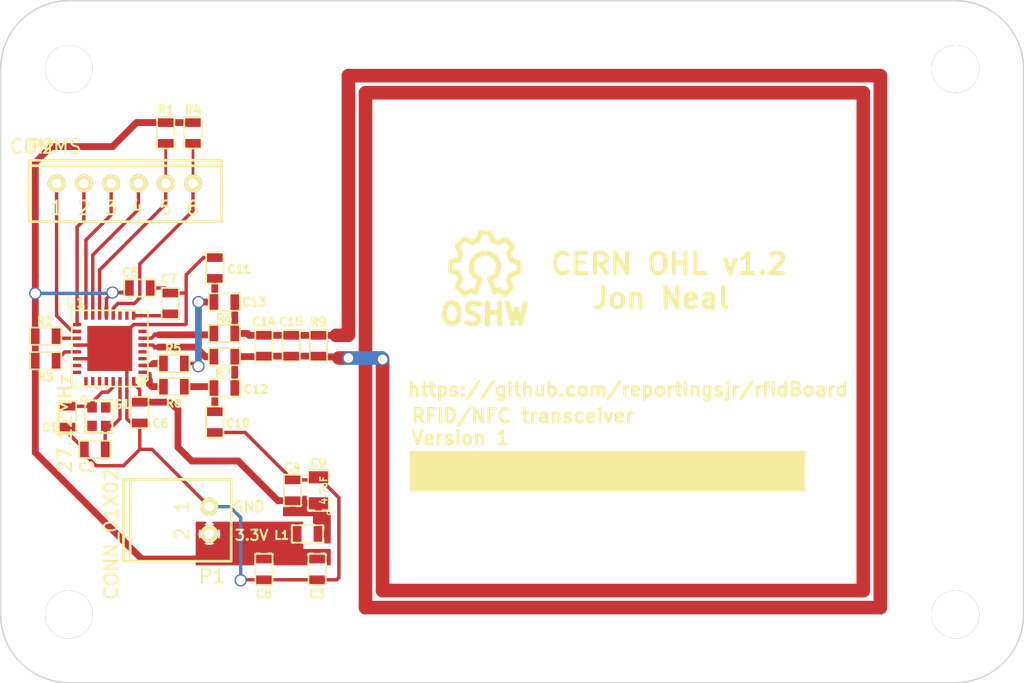
<source format=kicad_pcb>
(kicad_pcb (version 20200628) (host pcbnew "5.99.0-unknown-r19092-42a2f134")

  (general
    (thickness 1.6)
    (drawings 14)
    (tracks 192)
    (modules 34)
    (nets 35)
  )

  (paper "A4")
  (layers
    (0 "F.Cu" signal)
    (31 "B.Cu" signal)
    (32 "B.Adhes" user)
    (33 "F.Adhes" user)
    (34 "B.Paste" user)
    (35 "F.Paste" user)
    (36 "B.SilkS" user)
    (37 "F.SilkS" user)
    (38 "B.Mask" user)
    (39 "F.Mask" user)
    (40 "Dwgs.User" user)
    (41 "Cmts.User" user)
    (42 "Eco1.User" user)
    (43 "Eco2.User" user)
    (44 "Edge.Cuts" user)
    (45 "Margin" user)
    (46 "B.CrtYd" user)
    (47 "F.CrtYd" user)
    (48 "B.Fab" user)
    (49 "F.Fab" user)
  )

  (setup
    (stackup
      (layer "F.SilkS" (type "Top Silk Screen"))
      (layer "F.Paste" (type "Top Solder Paste"))
      (layer "F.Mask" (type "Top Solder Mask") (color "Green") (thickness 0.01))
      (layer "F.Cu" (type "copper") (thickness 0.035))
      (layer "dielectric 1" (type "core") (thickness 1.51) (material "FR4") (epsilon_r 4.5) (loss_tangent 0.02))
      (layer "B.Cu" (type "copper") (thickness 0.035))
      (layer "B.Mask" (type "Bottom Solder Mask") (color "Green") (thickness 0.01))
      (layer "B.Paste" (type "Bottom Solder Paste"))
      (layer "B.SilkS" (type "Bottom Silk Screen"))
      (copper_finish "None")
      (dielectric_constraints no)
    )
    (pcbplotparams
      (layerselection 0x0100c_ffffffff)
      (usegerberextensions true)
      (usegerberattributes true)
      (usegerberadvancedattributes true)
      (creategerberjobfile true)
      (gerberprecision 5)
      (svguseinch false)
      (svgprecision 6)
      (excludeedgelayer true)
      (linewidth 0.100000)
      (plotframeref false)
      (viasonmask false)
      (mode 1)
      (useauxorigin false)
      (hpglpennumber 1)
      (hpglpenspeed 20)
      (hpglpendiameter 15.000000)
      (psnegative false)
      (psa4output false)
      (plotreference false)
      (plotvalue false)
      (plotinvisibletext false)
      (sketchpadsonfab false)
      (subtractmaskfromsilk false)
      (outputformat 1)
      (mirror false)
      (drillshape 0)
      (scaleselection 1)
      (outputdirectory "voltera-gerbers/")
    )
  )

  (net 0 "")
  (net 1 "Net-(C1-Pad1)")
  (net 2 "GND")
  (net 3 "Net-(C2-Pad1)")
  (net 4 "3V3")
  (net 5 "3V3_RF")
  (net 6 "Net-(C7-Pad1)")
  (net 7 "Net-(C10-Pad2)")
  (net 8 "Net-(C11-Pad2)")
  (net 9 "Net-(C12-Pad1)")
  (net 10 "Net-(P2-Pad3)")
  (net 11 "Net-(P2-Pad2)")
  (net 12 "Net-(P2-Pad1)")
  (net 13 "Net-(P2-Pad4)")
  (net 14 "Net-(P2-Pad5)")
  (net 15 "Net-(P2-Pad6)")
  (net 16 "Net-(R2-Pad1)")
  (net 17 "Net-(R3-Pad1)")
  (net 18 "Net-(R5-Pad2)")
  (net 19 "Net-(R6-Pad2)")
  (net 20 "Net-(R7-Pad2)")
  (net 21 "Net-(R8-Pad2)")
  (net 22 "Net-(U1-Pad3)")
  (net 23 "Net-(U1-Pad4)")
  (net 24 "Net-(U1-Pad7)")
  (net 25 "Net-(U1-Pad10)")
  (net 26 "Net-(U1-Pad11)")
  (net 27 "Net-(U1-Pad23)")
  (net 28 "Net-(U1-Pad24)")
  (net 29 "Net-(U1-Pad25)")
  (net 30 "Net-(U1-Pad26)")
  (net 31 "Net-(U1-Pad27)")
  (net 32 "Net-(U1-Pad28)")
  (net 33 "Net-(G1-Pad2)")
  (net 34 "Net-(G1-Pad4)")

  (module "SMD_Packages:SMD-0603" (layer "F.Cu") (tedit 5428CE1B) (tstamp 00000000-0000-0000-0000-000054208709)
    (at 160.9 90.5 -90)
    (path "/00000000-0000-0000-0000-000054173c81")
    (attr smd)
    (fp_text reference "C1" (at 0.8 1.3) (layer "F.SilkS")
      (effects (font (size 0.6 0.6) (thickness 0.15)))
    )
    (fp_text value "4pF" (at 0 0 -90) (layer "F.SilkS") hide
      (effects (font (size 0.508 0.4572) (thickness 0.1143)))
    )
    (fp_line (start -1.143 -0.635) (end 1.143 -0.635) (layer "F.SilkS") (width 0.127))
    (fp_line (start 1.143 -0.635) (end 1.143 0.635) (layer "F.SilkS") (width 0.127))
    (fp_line (start 1.143 0.635) (end -1.143 0.635) (layer "F.SilkS") (width 0.127))
    (fp_line (start -1.143 0.635) (end -1.143 -0.635) (layer "F.SilkS") (width 0.127))
    (pad "1" smd rect (at -0.762 0 270) (size 0.635 1.143) (layers "F.Cu" "F.Paste" "F.Mask")
      (net 1 "Net-(C1-Pad1)") (tstamp 198d0ed8-c9ba-4171-95e0-793bbd8556e5))
    (pad "2" smd rect (at 0.762 0 270) (size 0.635 1.143) (layers "F.Cu" "F.Paste" "F.Mask")
      (net 2 "GND") (tstamp f2b40310-1f68-4eaf-8e1d-d39718da7431))
    (model "smd\\resistors\\R0603.wrl"
      (offset (xyz 0 0 0.02539999961853028))
      (scale (xyz 0.5 0.5 0.5))
      (rotate (xyz 0 0 0))
    )
  )

  (module "SMD_Packages:SMD-0603" (layer "F.Cu") (tedit 5428CE55) (tstamp 00000000-0000-0000-0000-00005420870f)
    (at 162.9 92.9 180)
    (path "/00000000-0000-0000-0000-000054173dfa")
    (attr smd)
    (fp_text reference "C2" (at 0.6 -1.3 180) (layer "F.SilkS")
      (effects (font (size 0.6 0.6) (thickness 0.15)))
    )
    (fp_text value "4pF" (at 0 0 180) (layer "F.SilkS") hide
      (effects (font (size 0.508 0.4572) (thickness 0.1143)))
    )
    (fp_line (start -1.143 -0.635) (end 1.143 -0.635) (layer "F.SilkS") (width 0.127))
    (fp_line (start 1.143 -0.635) (end 1.143 0.635) (layer "F.SilkS") (width 0.127))
    (fp_line (start 1.143 0.635) (end -1.143 0.635) (layer "F.SilkS") (width 0.127))
    (fp_line (start -1.143 0.635) (end -1.143 -0.635) (layer "F.SilkS") (width 0.127))
    (pad "1" smd rect (at -0.762 0 180) (size 0.635 1.143) (layers "F.Cu" "F.Paste" "F.Mask")
      (net 3 "Net-(C2-Pad1)") (tstamp 4efcd1dc-456b-4e27-ac12-31b0889c6123))
    (pad "2" smd rect (at 0.762 0 180) (size 0.635 1.143) (layers "F.Cu" "F.Paste" "F.Mask")
      (net 2 "GND") (tstamp 066d9484-02fb-44a6-8135-913a372ee065))
    (model "smd\\resistors\\R0603.wrl"
      (offset (xyz 0 0 0.02539999961853028))
      (scale (xyz 0.5 0.5 0.5))
      (rotate (xyz 0 0 0))
    )
  )

  (module "SMD_Packages:SMD-0603" (layer "F.Cu") (tedit 5428CE65) (tstamp 00000000-0000-0000-0000-00005428c84e)
    (at 179.2 101.7 -90)
    (path "/00000000-0000-0000-0000-0000541a58cf")
    (attr smd)
    (fp_text reference "C3" (at 1.8 0) (layer "F.SilkS")
      (effects (font (size 0.6 0.6) (thickness 0.15)))
    )
    (fp_text value "10nF" (at 0 0 -90) (layer "F.SilkS") hide
      (effects (font (size 0.508 0.4572) (thickness 0.1143)))
    )
    (fp_line (start -1.143 -0.635) (end 1.143 -0.635) (layer "F.SilkS") (width 0.127))
    (fp_line (start 1.143 -0.635) (end 1.143 0.635) (layer "F.SilkS") (width 0.127))
    (fp_line (start 1.143 0.635) (end -1.143 0.635) (layer "F.SilkS") (width 0.127))
    (fp_line (start -1.143 0.635) (end -1.143 -0.635) (layer "F.SilkS") (width 0.127))
    (pad "1" smd rect (at -0.762 0 270) (size 0.635 1.143) (layers "F.Cu" "F.Paste" "F.Mask")
      (net 4 "3V3") (tstamp 250ae385-4b6f-46f4-bfe1-b68317759ba0))
    (pad "2" smd rect (at 0.762 0 270) (size 0.635 1.143) (layers "F.Cu" "F.Paste" "F.Mask")
      (net 2 "GND") (tstamp c883a02d-3c96-4664-ab66-d145c8a9ad6d))
    (model "smd\\resistors\\R0603.wrl"
      (offset (xyz 0 0 0.02539999961853028))
      (scale (xyz 0.5 0.5 0.5))
      (rotate (xyz 0 0 0))
    )
  )

  (module "SMD_Packages:SMD-0603" (layer "F.Cu") (tedit 5428B4A0) (tstamp 00000000-0000-0000-0000-00005420871b)
    (at 177.4 95.9 90)
    (path "/00000000-0000-0000-0000-0000541a5ec3")
    (attr smd)
    (fp_text reference "C4" (at 1.7 0 180) (layer "F.SilkS")
      (effects (font (size 0.6 0.6) (thickness 0.15)))
    )
    (fp_text value "10nF" (at 0 0 90) (layer "F.SilkS") hide
      (effects (font (size 0.508 0.4572) (thickness 0.1143)))
    )
    (fp_line (start -1.143 -0.635) (end 1.143 -0.635) (layer "F.SilkS") (width 0.127))
    (fp_line (start 1.143 -0.635) (end 1.143 0.635) (layer "F.SilkS") (width 0.127))
    (fp_line (start 1.143 0.635) (end -1.143 0.635) (layer "F.SilkS") (width 0.127))
    (fp_line (start -1.143 0.635) (end -1.143 -0.635) (layer "F.SilkS") (width 0.127))
    (pad "1" smd rect (at -0.762 0 90) (size 0.635 1.143) (layers "F.Cu" "F.Paste" "F.Mask")
      (net 5 "3V3_RF") (tstamp 8a596530-b0c7-462e-ae09-27e455eaf3ce))
    (pad "2" smd rect (at 0.762 0 90) (size 0.635 1.143) (layers "F.Cu" "F.Paste" "F.Mask")
      (net 2 "GND") (tstamp a839fb99-6995-4bd0-91dc-d66c410a7267))
    (model "smd\\resistors\\R0603.wrl"
      (offset (xyz 0 0 0.02539999961853028))
      (scale (xyz 0.5 0.5 0.5))
      (rotate (xyz 0 0 0))
    )
  )

  (module "SMD_Packages:SMD-0603" (layer "F.Cu") (tedit 5428CDC6) (tstamp 00000000-0000-0000-0000-000054208721)
    (at 166.2 81.067963)
    (path "/00000000-0000-0000-0000-0000541a5a22")
    (attr smd)
    (fp_text reference "C5" (at -0.7 -1.15) (layer "F.SilkS")
      (effects (font (size 0.6 0.6) (thickness 0.15)))
    )
    (fp_text value "100nF" (at 0 0) (layer "F.SilkS") hide
      (effects (font (size 0.508 0.4572) (thickness 0.1143)))
    )
    (fp_line (start -1.143 -0.635) (end 1.143 -0.635) (layer "F.SilkS") (width 0.127))
    (fp_line (start 1.143 -0.635) (end 1.143 0.635) (layer "F.SilkS") (width 0.127))
    (fp_line (start 1.143 0.635) (end -1.143 0.635) (layer "F.SilkS") (width 0.127))
    (fp_line (start -1.143 0.635) (end -1.143 -0.635) (layer "F.SilkS") (width 0.127))
    (pad "1" smd rect (at -0.762 0) (size 0.635 1.143) (layers "F.Cu" "F.Paste" "F.Mask")
      (net 4 "3V3") (tstamp ddf2dcd3-8269-43d9-a5e8-f6e51b8c19a0))
    (pad "2" smd rect (at 0.762 0) (size 0.635 1.143) (layers "F.Cu" "F.Paste" "F.Mask")
      (net 2 "GND") (tstamp bc8c4cfa-67db-44e7-9ce2-5ad39255d7fc))
    (model "smd\\resistors\\R0603.wrl"
      (offset (xyz 0 0 0.02539999961853028))
      (scale (xyz 0.5 0.5 0.5))
      (rotate (xyz 0 0 0))
    )
  )

  (module "SMD_Packages:SMD-0603" (layer "F.Cu") (tedit 5428CE0A) (tstamp 00000000-0000-0000-0000-000054208727)
    (at 166.2 90.2 -90)
    (path "/00000000-0000-0000-0000-0000541a5e22")
    (attr smd)
    (fp_text reference "C6" (at 0.8 -1.5) (layer "F.SilkS")
      (effects (font (size 0.6 0.6) (thickness 0.15)))
    )
    (fp_text value "100nF" (at 0 0 -90) (layer "F.SilkS") hide
      (effects (font (size 0.508 0.4572) (thickness 0.1143)))
    )
    (fp_line (start -1.143 -0.635) (end 1.143 -0.635) (layer "F.SilkS") (width 0.127))
    (fp_line (start 1.143 -0.635) (end 1.143 0.635) (layer "F.SilkS") (width 0.127))
    (fp_line (start 1.143 0.635) (end -1.143 0.635) (layer "F.SilkS") (width 0.127))
    (fp_line (start -1.143 0.635) (end -1.143 -0.635) (layer "F.SilkS") (width 0.127))
    (pad "1" smd rect (at -0.762 0 270) (size 0.635 1.143) (layers "F.Cu" "F.Paste" "F.Mask")
      (net 5 "3V3_RF") (tstamp 6da89350-ed95-4ab9-90d7-ae3a1c76fae0))
    (pad "2" smd rect (at 0.762 0 270) (size 0.635 1.143) (layers "F.Cu" "F.Paste" "F.Mask")
      (net 2 "GND") (tstamp 012d3c33-03e6-402e-bf51-3845612a4554))
    (model "smd\\resistors\\R0603.wrl"
      (offset (xyz 0 0 0.02539999961853028))
      (scale (xyz 0.5 0.5 0.5))
      (rotate (xyz 0 0 0))
    )
  )

  (module "SMD_Packages:SMD-0603" (layer "F.Cu") (tedit 5428CDB9) (tstamp 00000000-0000-0000-0000-00005420872d)
    (at 168.438033 82.2 90)
    (path "/00000000-0000-0000-0000-000054175e86")
    (attr smd)
    (fp_text reference "C7" (at 1.8 -0.1 180) (layer "F.SilkS")
      (effects (font (size 0.6 0.6) (thickness 0.15)))
    )
    (fp_text value "1nF" (at 0 0 90) (layer "F.SilkS") hide
      (effects (font (size 0.508 0.4572) (thickness 0.1143)))
    )
    (fp_line (start -1.143 -0.635) (end 1.143 -0.635) (layer "F.SilkS") (width 0.127))
    (fp_line (start 1.143 -0.635) (end 1.143 0.635) (layer "F.SilkS") (width 0.127))
    (fp_line (start 1.143 0.635) (end -1.143 0.635) (layer "F.SilkS") (width 0.127))
    (fp_line (start -1.143 0.635) (end -1.143 -0.635) (layer "F.SilkS") (width 0.127))
    (pad "1" smd rect (at -0.762 0 90) (size 0.635 1.143) (layers "F.Cu" "F.Paste" "F.Mask")
      (net 6 "Net-(C7-Pad1)") (tstamp 4b3e4429-171d-440c-ab6a-010e030ed61f))
    (pad "2" smd rect (at 0.762 0 90) (size 0.635 1.143) (layers "F.Cu" "F.Paste" "F.Mask")
      (net 2 "GND") (tstamp 3040cad8-db04-4fc9-8c23-7d71bbc8b4a2))
    (model "smd\\resistors\\R0603.wrl"
      (offset (xyz 0 0 0.02539999961853028))
      (scale (xyz 0.5 0.5 0.5))
      (rotate (xyz 0 0 0))
    )
  )

  (module "SMD_Packages:SMD-0603" (layer "F.Cu") (tedit 5428CE62) (tstamp 00000000-0000-0000-0000-000054208733)
    (at 175.3 101.7 -90)
    (path "/00000000-0000-0000-0000-0000541a5a83")
    (attr smd)
    (fp_text reference "C8" (at 1.8 0) (layer "F.SilkS")
      (effects (font (size 0.6 0.6) (thickness 0.15)))
    )
    (fp_text value "1uF" (at 0 0 -90) (layer "F.SilkS") hide
      (effects (font (size 0.508 0.4572) (thickness 0.1143)))
    )
    (fp_line (start -1.143 -0.635) (end 1.143 -0.635) (layer "F.SilkS") (width 0.127))
    (fp_line (start 1.143 -0.635) (end 1.143 0.635) (layer "F.SilkS") (width 0.127))
    (fp_line (start 1.143 0.635) (end -1.143 0.635) (layer "F.SilkS") (width 0.127))
    (fp_line (start -1.143 0.635) (end -1.143 -0.635) (layer "F.SilkS") (width 0.127))
    (pad "1" smd rect (at -0.762 0 270) (size 0.635 1.143) (layers "F.Cu" "F.Paste" "F.Mask")
      (net 4 "3V3") (tstamp 6fc2af98-c0e2-4669-8ead-a851740e8fa1))
    (pad "2" smd rect (at 0.762 0 270) (size 0.635 1.143) (layers "F.Cu" "F.Paste" "F.Mask")
      (net 2 "GND") (tstamp 0ea5ec09-ef67-42ff-ae6b-6e3a3732dbcb))
    (model "smd\\resistors\\R0603.wrl"
      (offset (xyz 0 0 0.02539999961853028))
      (scale (xyz 0.5 0.5 0.5))
      (rotate (xyz 0 0 0))
    )
  )

  (module "SMD_Packages:SMD-0805" (layer "F.Cu") (tedit 5428B4AA) (tstamp 00000000-0000-0000-0000-000054225f76)
    (at 179.3 95.9 90)
    (path "/00000000-0000-0000-0000-0000541a5d75")
    (attr smd)
    (fp_text reference "C9" (at 2 0 180) (layer "F.SilkS")
      (effects (font (size 0.6 0.6) (thickness 0.15)))
    )
    (fp_text value "4.7uF" (at 0 0.381 90) (layer "F.SilkS")
      (effects (font (size 0.50038 0.50038) (thickness 0.10922)))
    )
    (fp_circle (center -1.651 0.762) (end -1.651 0.635) (layer "F.SilkS") (width 0.09906))
    (fp_line (start -0.508 0.762) (end -1.524 0.762) (layer "F.SilkS") (width 0.09906))
    (fp_line (start -1.524 0.762) (end -1.524 -0.762) (layer "F.SilkS") (width 0.09906))
    (fp_line (start -1.524 -0.762) (end -0.508 -0.762) (layer "F.SilkS") (width 0.09906))
    (fp_line (start 0.508 -0.762) (end 1.524 -0.762) (layer "F.SilkS") (width 0.09906))
    (fp_line (start 1.524 -0.762) (end 1.524 0.762) (layer "F.SilkS") (width 0.09906))
    (fp_line (start 1.524 0.762) (end 0.508 0.762) (layer "F.SilkS") (width 0.09906))
    (pad "1" smd rect (at -0.9525 0 90) (size 0.889 1.397) (layers "F.Cu" "F.Paste" "F.Mask")
      (net 5 "3V3_RF") (tstamp 44dbe2f8-7b98-4075-b322-39e31987a335))
    (pad "2" smd rect (at 0.9525 0 90) (size 0.889 1.397) (layers "F.Cu" "F.Paste" "F.Mask")
      (net 2 "GND") (tstamp 1672a0ad-bc21-4622-9252-b08c9a42fae7))
    (model "smd/chip_cms.wrl"
      (at (xyz 0 0 0))
      (scale (xyz 0.1 0.1 0.1))
      (rotate (xyz 0 0 0))
    )
  )

  (module "SMD_Packages:SMD-0603" (layer "F.Cu") (tedit 54287550) (tstamp 00000000-0000-0000-0000-00005420873f)
    (at 171.7 90.9 90)
    (path "/00000000-0000-0000-0000-0000541fbf59")
    (attr smd)
    (fp_text reference "C10" (at -0.1 1.7 180) (layer "F.SilkS")
      (effects (font (size 0.6 0.6) (thickness 0.15)))
    )
    (fp_text value "open" (at 0 0 90) (layer "F.SilkS") hide
      (effects (font (size 0.508 0.4572) (thickness 0.1143)))
    )
    (fp_line (start -1.143 -0.635) (end 1.143 -0.635) (layer "F.SilkS") (width 0.127))
    (fp_line (start 1.143 -0.635) (end 1.143 0.635) (layer "F.SilkS") (width 0.127))
    (fp_line (start 1.143 0.635) (end -1.143 0.635) (layer "F.SilkS") (width 0.127))
    (fp_line (start -1.143 0.635) (end -1.143 -0.635) (layer "F.SilkS") (width 0.127))
    (pad "1" smd rect (at -0.762 0 90) (size 0.635 1.143) (layers "F.Cu" "F.Paste" "F.Mask")
      (net 2 "GND") (tstamp e21668e4-84be-4ae4-910f-f7af149c688b))
    (pad "2" smd rect (at 0.762 0 90) (size 0.635 1.143) (layers "F.Cu" "F.Paste" "F.Mask")
      (net 7 "Net-(C10-Pad2)") (tstamp 847d5ad5-59bc-403a-8f40-94bd9f9c9042))
    (model "smd\\resistors\\R0603.wrl"
      (offset (xyz 0 0 0.02539999961853028))
      (scale (xyz 0.5 0.5 0.5))
      (rotate (xyz 0 0 0))
    )
  )

  (module "SMD_Packages:SMD-0603" (layer "F.Cu") (tedit 54287555) (tstamp 00000000-0000-0000-0000-000054208745)
    (at 171.7 79.6 -90)
    (path "/00000000-0000-0000-0000-0000541fc0d8")
    (attr smd)
    (fp_text reference "C11" (at 0.1 -1.8) (layer "F.SilkS")
      (effects (font (size 0.6 0.6) (thickness 0.15)))
    )
    (fp_text value "open" (at 0 0 -90) (layer "F.SilkS") hide
      (effects (font (size 0.508 0.4572) (thickness 0.1143)))
    )
    (fp_line (start -1.143 -0.635) (end 1.143 -0.635) (layer "F.SilkS") (width 0.127))
    (fp_line (start 1.143 -0.635) (end 1.143 0.635) (layer "F.SilkS") (width 0.127))
    (fp_line (start 1.143 0.635) (end -1.143 0.635) (layer "F.SilkS") (width 0.127))
    (fp_line (start -1.143 0.635) (end -1.143 -0.635) (layer "F.SilkS") (width 0.127))
    (pad "1" smd rect (at -0.762 0 270) (size 0.635 1.143) (layers "F.Cu" "F.Paste" "F.Mask")
      (net 2 "GND") (tstamp 301ab0a2-6442-45e3-b620-9beeb7608eec))
    (pad "2" smd rect (at 0.762 0 270) (size 0.635 1.143) (layers "F.Cu" "F.Paste" "F.Mask")
      (net 8 "Net-(C11-Pad2)") (tstamp d5ffb390-cd93-4e49-b3a6-f3f2ab5514ba))
    (model "smd\\resistors\\R0603.wrl"
      (offset (xyz 0 0 0.02539999961853028))
      (scale (xyz 0.5 0.5 0.5))
      (rotate (xyz 0 0 0))
    )
  )

  (module "SMD_Packages:SMD-0603" (layer "F.Cu") (tedit 5428753C) (tstamp 00000000-0000-0000-0000-00005420874b)
    (at 172.4 88.4 180)
    (path "/00000000-0000-0000-0000-0000541fc26b")
    (attr smd)
    (fp_text reference "C12" (at -2.3 -0.1 180) (layer "F.SilkS")
      (effects (font (size 0.6 0.6) (thickness 0.15)))
    )
    (fp_text value "150pF" (at 0 0 180) (layer "F.SilkS") hide
      (effects (font (size 0.508 0.4572) (thickness 0.1143)))
    )
    (fp_line (start -1.143 -0.635) (end 1.143 -0.635) (layer "F.SilkS") (width 0.127))
    (fp_line (start 1.143 -0.635) (end 1.143 0.635) (layer "F.SilkS") (width 0.127))
    (fp_line (start 1.143 0.635) (end -1.143 0.635) (layer "F.SilkS") (width 0.127))
    (fp_line (start -1.143 0.635) (end -1.143 -0.635) (layer "F.SilkS") (width 0.127))
    (pad "1" smd rect (at -0.762 0 180) (size 0.635 1.143) (layers "F.Cu" "F.Paste" "F.Mask")
      (net 9 "Net-(C12-Pad1)") (tstamp 82a7b3c1-164f-4faa-a029-bb7d0fe0f5c3))
    (pad "2" smd rect (at 0.762 0 180) (size 0.635 1.143) (layers "F.Cu" "F.Paste" "F.Mask")
      (net 7 "Net-(C10-Pad2)") (tstamp 0874a841-7c3c-41a3-a705-7068f35ec1ff))
    (model "smd\\resistors\\R0603.wrl"
      (offset (xyz 0 0 0.02539999961853028))
      (scale (xyz 0.5 0.5 0.5))
      (rotate (xyz 0 0 0))
    )
  )

  (module "SMD_Packages:SMD-0603" (layer "F.Cu") (tedit 54287540) (tstamp 00000000-0000-0000-0000-000054208751)
    (at 172.4 82.1 180)
    (path "/00000000-0000-0000-0000-0000541fc326")
    (attr smd)
    (fp_text reference "C13" (at -2.2 0 180) (layer "F.SilkS")
      (effects (font (size 0.6 0.6) (thickness 0.15)))
    )
    (fp_text value "150pF" (at 0 0 180) (layer "F.SilkS") hide
      (effects (font (size 0.508 0.4572) (thickness 0.1143)))
    )
    (fp_line (start -1.143 -0.635) (end 1.143 -0.635) (layer "F.SilkS") (width 0.127))
    (fp_line (start 1.143 -0.635) (end 1.143 0.635) (layer "F.SilkS") (width 0.127))
    (fp_line (start 1.143 0.635) (end -1.143 0.635) (layer "F.SilkS") (width 0.127))
    (fp_line (start -1.143 0.635) (end -1.143 -0.635) (layer "F.SilkS") (width 0.127))
    (pad "1" smd rect (at -0.762 0 180) (size 0.635 1.143) (layers "F.Cu" "F.Paste" "F.Mask")
      (net 9 "Net-(C12-Pad1)") (tstamp 4dcbb8ab-67cb-4d52-bf7d-4f4cf6c5b776))
    (pad "2" smd rect (at 0.762 0 180) (size 0.635 1.143) (layers "F.Cu" "F.Paste" "F.Mask")
      (net 8 "Net-(C11-Pad2)") (tstamp e1acbc75-51e9-4f2a-bb94-897f6829dcfc))
    (model "smd\\resistors\\R0603.wrl"
      (offset (xyz 0 0 0.02539999961853028))
      (scale (xyz 0.5 0.5 0.5))
      (rotate (xyz 0 0 0))
    )
  )

  (module "SMD_Packages:SMD-0603" (layer "F.Cu") (tedit 54286A06) (tstamp 00000000-0000-0000-0000-000054208757)
    (at 175.3 85.3 90)
    (path "/00000000-0000-0000-0000-0000541fc46f")
    (attr smd)
    (fp_text reference "C14" (at 1.75 0 180) (layer "F.SilkS")
      (effects (font (size 0.6 0.6) (thickness 0.15)))
    )
    (fp_text value "220pF" (at 0 0 90) (layer "F.SilkS") hide
      (effects (font (size 0.508 0.4572) (thickness 0.1143)))
    )
    (fp_line (start -1.143 -0.635) (end 1.143 -0.635) (layer "F.SilkS") (width 0.127))
    (fp_line (start 1.143 -0.635) (end 1.143 0.635) (layer "F.SilkS") (width 0.127))
    (fp_line (start 1.143 0.635) (end -1.143 0.635) (layer "F.SilkS") (width 0.127))
    (fp_line (start -1.143 0.635) (end -1.143 -0.635) (layer "F.SilkS") (width 0.127))
    (pad "1" smd rect (at -0.762 0 90) (size 0.635 1.143) (layers "F.Cu" "F.Paste" "F.Mask")
      (net 9 "Net-(C12-Pad1)") (tstamp 3b2a7669-7f9d-420c-891c-d595dffa35f3))
    (pad "2" smd rect (at 0.762 0 90) (size 0.635 1.143) (layers "F.Cu" "F.Paste" "F.Mask")
      (net 9 "Net-(C12-Pad1)") (tstamp 28c55b27-77d1-417a-bb63-aec5a3c469a0))
    (model "smd\\resistors\\R0603.wrl"
      (offset (xyz 0 0 0.02539999961853028))
      (scale (xyz 0.5 0.5 0.5))
      (rotate (xyz 0 0 0))
    )
  )

  (module "SMD_Packages:SMD-0603" (layer "F.Cu") (tedit 54286A11) (tstamp 00000000-0000-0000-0000-000054226027)
    (at 177.3 85.3 90)
    (path "/00000000-0000-0000-0000-0000541fc5b5")
    (attr smd)
    (fp_text reference "C15" (at 1.75 0 180) (layer "F.SilkS")
      (effects (font (size 0.6 0.6) (thickness 0.15)))
    )
    (fp_text value "15pF" (at 0 0 90) (layer "F.SilkS") hide
      (effects (font (size 0.508 0.4572) (thickness 0.1143)))
    )
    (fp_line (start -1.143 -0.635) (end 1.143 -0.635) (layer "F.SilkS") (width 0.127))
    (fp_line (start 1.143 -0.635) (end 1.143 0.635) (layer "F.SilkS") (width 0.127))
    (fp_line (start 1.143 0.635) (end -1.143 0.635) (layer "F.SilkS") (width 0.127))
    (fp_line (start -1.143 0.635) (end -1.143 -0.635) (layer "F.SilkS") (width 0.127))
    (pad "1" smd rect (at -0.762 0 90) (size 0.635 1.143) (layers "F.Cu" "F.Paste" "F.Mask")
      (net 9 "Net-(C12-Pad1)") (tstamp 60403cf9-6bf8-4af7-a35c-197c4974ad8c))
    (pad "2" smd rect (at 0.762 0 90) (size 0.635 1.143) (layers "F.Cu" "F.Paste" "F.Mask")
      (net 9 "Net-(C12-Pad1)") (tstamp e920f7c9-ee3c-431a-88b7-999445079dfe))
    (model "smd\\resistors\\R0603.wrl"
      (offset (xyz 0 0 0.02539999961853028))
      (scale (xyz 0.5 0.5 0.5))
      (rotate (xyz 0 0 0))
    )
  )

  (module "SMD_Packages:SMD-0603" (layer "F.Cu") (tedit 5428CE60) (tstamp 00000000-0000-0000-0000-000054208763)
    (at 178.5 99.1)
    (path "/00000000-0000-0000-0000-0000541a56a3")
    (attr smd)
    (fp_text reference "L1" (at -1.9 0.1) (layer "F.SilkS")
      (effects (font (size 0.6 0.6) (thickness 0.15)))
    )
    (fp_text value "tx_3v3_choke" (at 0 0) (layer "F.SilkS") hide
      (effects (font (size 0.508 0.4572) (thickness 0.1143)))
    )
    (fp_line (start -1.143 -0.635) (end 1.143 -0.635) (layer "F.SilkS") (width 0.127))
    (fp_line (start 1.143 -0.635) (end 1.143 0.635) (layer "F.SilkS") (width 0.127))
    (fp_line (start 1.143 0.635) (end -1.143 0.635) (layer "F.SilkS") (width 0.127))
    (fp_line (start -1.143 0.635) (end -1.143 -0.635) (layer "F.SilkS") (width 0.127))
    (pad "1" smd rect (at -0.762 0) (size 0.635 1.143) (layers "F.Cu" "F.Paste" "F.Mask")
      (net 4 "3V3") (tstamp 0b4c758b-8996-48b2-8766-28b891e4917a))
    (pad "2" smd rect (at 0.762 0) (size 0.635 1.143) (layers "F.Cu" "F.Paste" "F.Mask")
      (net 5 "3V3_RF") (tstamp abc5ee96-51f3-4702-b6b4-788a99d76cb7))
    (model "smd\\resistors\\R0603.wrl"
      (offset (xyz 0 0 0.02539999961853028))
      (scale (xyz 0.5 0.5 0.5))
      (rotate (xyz 0 0 0))
    )
  )

  (module "rfid:JST_PH_2pin_side" (layer "F.Cu") (tedit 5428CE3E) (tstamp 00000000-0000-0000-0000-000054208769)
    (at 171.3 95.1 90)
    (path "/00000000-0000-0000-0000-0000541a49c8")
    (fp_text reference "P1" (at -7.1 0.2 180) (layer "F.SilkS")
      (effects (font (size 1 1) (thickness 0.15)))
    )
    (fp_text value "CONN_01X02" (at -4 -7.2 90) (layer "F.SilkS")
      (effects (font (size 1 1) (thickness 0.15)))
    )
    (fp_line (start -6 -5.8) (end -0.1 -5.8) (layer "F.SilkS") (width 0.2))
    (fp_text user "2" (at -4 -2 90) (layer "F.SilkS")
      (effects (font (size 1 1) (thickness 0.15)))
    )
    (fp_text user "1" (at -2 -2 90) (layer "F.SilkS")
      (effects (font (size 1 1) (thickness 0.15)))
    )
    (fp_line (start -6 1.6) (end -6 -6.3) (layer "F.SilkS") (width 0.2))
    (fp_line (start 0 1.6) (end -6 1.6) (layer "F.SilkS") (width 0.2))
    (fp_line (start 0 -6.3) (end 0 1.6) (layer "F.SilkS") (width 0.2))
    (fp_line (start -6 -6.3) (end 0 -6.3) (layer "F.SilkS") (width 0.2))
    (pad "1" thru_hole circle (at -2 0 90) (size 1.3 1.3) (drill 0.7) (layers *.Cu *.Mask "F.SilkS")
      (net 2 "GND") (tstamp 1ade69f3-caf4-4046-bac0-b35d17298e74))
    (pad "2" thru_hole circle (at -4 0 90) (size 1.3 1.3) (drill 0.7) (layers *.Cu *.Mask "F.SilkS")
      (net 4 "3V3") (tstamp 5ef88d14-1c51-426e-85ac-76d00f5d13f1))
  )

  (module "rfid:JST_PH_6pin" (layer "F.Cu") (tedit 5428CE35) (tstamp 00000000-0000-0000-0000-000054208773)
    (at 164.1 73.4)
    (path "/00000000-0000-0000-0000-000054192185")
    (fp_text reference "P2" (at -5.1 -2.7) (layer "F.SilkS")
      (effects (font (size 1 1) (thickness 0.15)))
    )
    (fp_text value "COMMS" (at -4.8 -2.7) (layer "F.SilkS")
      (effects (font (size 1 1) (thickness 0.15)))
    )
    (fp_text user "6" (at 6 1.8) (layer "F.SilkS")
      (effects (font (size 1 1) (thickness 0.15)))
    )
    (fp_line (start -6 -1.3) (end 8.1 -1.3) (layer "F.SilkS") (width 0.2))
    (fp_text user "5" (at 4 1.8) (layer "F.SilkS")
      (effects (font (size 1 1) (thickness 0.15)))
    )
    (fp_text user "4" (at 1.9 1.8) (layer "F.SilkS")
      (effects (font (size 1 1) (thickness 0.15)))
    )
    (fp_text user "3" (at 0 1.8) (layer "F.SilkS")
      (effects (font (size 1 1) (thickness 0.15)))
    )
    (fp_text user "2" (at -2 1.8) (layer "F.SilkS")
      (effects (font (size 1 1) (thickness 0.15)))
    )
    (fp_text user "1" (at -4 1.8) (layer "F.SilkS")
      (effects (font (size 1 1) (thickness 0.15)))
    )
    (fp_line (start -6 2.8) (end -6 -1.7) (layer "F.SilkS") (width 0.2))
    (fp_line (start 8.1 2.8) (end -6 2.8) (layer "F.SilkS") (width 0.2))
    (fp_line (start 8.1 -1.7) (end 8.1 2.8) (layer "F.SilkS") (width 0.2))
    (fp_line (start -6 -1.7) (end 8.1 -1.7) (layer "F.SilkS") (width 0.2))
    (pad "3" thru_hole circle (at 0 0) (size 1.3 1.3) (drill 0.7) (layers *.Cu *.Mask "F.SilkS")
      (net 10 "Net-(P2-Pad3)") (tstamp 916dff0a-bfd4-454a-ba33-0a72a2eed64d))
    (pad "2" thru_hole circle (at -2 0) (size 1.3 1.3) (drill 0.7) (layers *.Cu *.Mask "F.SilkS")
      (net 11 "Net-(P2-Pad2)") (tstamp e5bef1fd-1a3c-40fd-a479-d5cf6bfbde1e))
    (pad "1" thru_hole circle (at -4 0) (size 1.3 1.3) (drill 0.7) (layers *.Cu *.Mask "F.SilkS")
      (net 12 "Net-(P2-Pad1)") (tstamp ed28a87d-e10c-400b-ad0c-b222826a61b3))
    (pad "4" thru_hole circle (at 2 0) (size 1.3 1.3) (drill 0.7) (layers *.Cu *.Mask "F.SilkS")
      (net 13 "Net-(P2-Pad4)") (tstamp 995432b4-b326-4259-bc33-7ef60863c5fb))
    (pad "5" thru_hole circle (at 4 0) (size 1.3 1.3) (drill 0.7) (layers *.Cu *.Mask "F.SilkS")
      (net 14 "Net-(P2-Pad5)") (tstamp f0da32ba-c3fb-4972-9558-0dfb87d2f1ca))
    (pad "6" thru_hole circle (at 6 0) (size 1.3 1.3) (drill 0.7) (layers *.Cu *.Mask "F.SilkS")
      (net 15 "Net-(P2-Pad6)") (tstamp 10b5a195-7b8c-482a-b48f-c27238a33e69))
  )

  (module "SMD_Packages:SMD-0603" (layer "F.Cu") (tedit 54286BC6) (tstamp 00000000-0000-0000-0000-000054208779)
    (at 168.1 69.7 -90)
    (path "/00000000-0000-0000-0000-0000541a2e55")
    (attr smd)
    (fp_text reference "R1" (at -1.7 0) (layer "F.SilkS")
      (effects (font (size 0.6 0.6) (thickness 0.15)))
    )
    (fp_text value "3.3k" (at 0 0 -90) (layer "F.SilkS") hide
      (effects (font (size 0.508 0.4572) (thickness 0.1143)))
    )
    (fp_line (start -1.143 -0.635) (end 1.143 -0.635) (layer "F.SilkS") (width 0.127))
    (fp_line (start 1.143 -0.635) (end 1.143 0.635) (layer "F.SilkS") (width 0.127))
    (fp_line (start 1.143 0.635) (end -1.143 0.635) (layer "F.SilkS") (width 0.127))
    (fp_line (start -1.143 0.635) (end -1.143 -0.635) (layer "F.SilkS") (width 0.127))
    (pad "1" smd rect (at -0.762 0 270) (size 0.635 1.143) (layers "F.Cu" "F.Paste" "F.Mask")
      (net 4 "3V3") (tstamp 2c0f1f13-60c5-4237-ba2a-561e91e151b9))
    (pad "2" smd rect (at 0.762 0 270) (size 0.635 1.143) (layers "F.Cu" "F.Paste" "F.Mask")
      (net 14 "Net-(P2-Pad5)") (tstamp f9f6d56c-5fd3-4514-b803-f4b3ebbf7121))
    (model "smd\\resistors\\R0603.wrl"
      (offset (xyz 0 0 0.02539999961853028))
      (scale (xyz 0.5 0.5 0.5))
      (rotate (xyz 0 0 0))
    )
  )

  (module "SMD_Packages:SMD-0603" (layer "F.Cu") (tedit 54286C46) (tstamp 00000000-0000-0000-0000-00005420877f)
    (at 159.3 84.6 180)
    (path "/00000000-0000-0000-0000-0000541a325e")
    (attr smd)
    (fp_text reference "R2" (at 0.05 1.1 180) (layer "F.SilkS")
      (effects (font (size 0.6 0.6) (thickness 0.15)))
    )
    (fp_text value "3.3k" (at 0 0 180) (layer "F.SilkS") hide
      (effects (font (size 0.508 0.4572) (thickness 0.1143)))
    )
    (fp_line (start -1.143 -0.635) (end 1.143 -0.635) (layer "F.SilkS") (width 0.127))
    (fp_line (start 1.143 -0.635) (end 1.143 0.635) (layer "F.SilkS") (width 0.127))
    (fp_line (start 1.143 0.635) (end -1.143 0.635) (layer "F.SilkS") (width 0.127))
    (fp_line (start -1.143 0.635) (end -1.143 -0.635) (layer "F.SilkS") (width 0.127))
    (pad "1" smd rect (at -0.762 0 180) (size 0.635 1.143) (layers "F.Cu" "F.Paste" "F.Mask")
      (net 16 "Net-(R2-Pad1)") (tstamp a233c0e2-3e9e-49f7-9b4c-67849496f8db))
    (pad "2" smd rect (at 0.762 0 180) (size 0.635 1.143) (layers "F.Cu" "F.Paste" "F.Mask")
      (net 4 "3V3") (tstamp cb93d3ae-35c4-4a7c-af8d-6f0d454bd7f6))
    (model "smd\\resistors\\R0603.wrl"
      (offset (xyz 0 0 0.02539999961853028))
      (scale (xyz 0.5 0.5 0.5))
      (rotate (xyz 0 0 0))
    )
  )

  (module "SMD_Packages:SMD-0603" (layer "F.Cu") (tedit 54286C43) (tstamp 00000000-0000-0000-0000-000054208785)
    (at 159.3 86.4 180)
    (path "/00000000-0000-0000-0000-0000541a35d8")
    (attr smd)
    (fp_text reference "R3" (at 0 -1.2 180) (layer "F.SilkS")
      (effects (font (size 0.6 0.6) (thickness 0.15)))
    )
    (fp_text value "3.3k" (at 0 0 180) (layer "F.SilkS") hide
      (effects (font (size 0.508 0.4572) (thickness 0.1143)))
    )
    (fp_line (start -1.143 -0.635) (end 1.143 -0.635) (layer "F.SilkS") (width 0.127))
    (fp_line (start 1.143 -0.635) (end 1.143 0.635) (layer "F.SilkS") (width 0.127))
    (fp_line (start 1.143 0.635) (end -1.143 0.635) (layer "F.SilkS") (width 0.127))
    (fp_line (start -1.143 0.635) (end -1.143 -0.635) (layer "F.SilkS") (width 0.127))
    (pad "1" smd rect (at -0.762 0 180) (size 0.635 1.143) (layers "F.Cu" "F.Paste" "F.Mask")
      (net 17 "Net-(R3-Pad1)") (tstamp 901bfade-6c43-461c-b31a-78e8141501b9))
    (pad "2" smd rect (at 0.762 0 180) (size 0.635 1.143) (layers "F.Cu" "F.Paste" "F.Mask")
      (net 4 "3V3") (tstamp d675cb12-c942-40f3-bfd9-3a685f7e2534))
    (model "smd\\resistors\\R0603.wrl"
      (offset (xyz 0 0 0.02539999961853028))
      (scale (xyz 0.5 0.5 0.5))
      (rotate (xyz 0 0 0))
    )
  )

  (module "SMD_Packages:SMD-0603" (layer "F.Cu") (tedit 54286BCA) (tstamp 00000000-0000-0000-0000-00005420878b)
    (at 170.1 69.7 -90)
    (path "/00000000-0000-0000-0000-000054191892")
    (attr smd)
    (fp_text reference "R4" (at -1.7 0) (layer "F.SilkS")
      (effects (font (size 0.6 0.6) (thickness 0.15)))
    )
    (fp_text value "3.3k" (at 0 0 -90) (layer "F.SilkS") hide
      (effects (font (size 0.508 0.4572) (thickness 0.1143)))
    )
    (fp_line (start -1.143 -0.635) (end 1.143 -0.635) (layer "F.SilkS") (width 0.127))
    (fp_line (start 1.143 -0.635) (end 1.143 0.635) (layer "F.SilkS") (width 0.127))
    (fp_line (start 1.143 0.635) (end -1.143 0.635) (layer "F.SilkS") (width 0.127))
    (fp_line (start -1.143 0.635) (end -1.143 -0.635) (layer "F.SilkS") (width 0.127))
    (pad "1" smd rect (at -0.762 0 270) (size 0.635 1.143) (layers "F.Cu" "F.Paste" "F.Mask")
      (net 4 "3V3") (tstamp 26e52e32-f057-4ab9-b3c4-d892a11b4088))
    (pad "2" smd rect (at 0.762 0 270) (size 0.635 1.143) (layers "F.Cu" "F.Paste" "F.Mask")
      (net 15 "Net-(P2-Pad6)") (tstamp 0e178d96-b7ec-4f8d-bcfc-ed41c486153d))
    (model "smd\\resistors\\R0603.wrl"
      (offset (xyz 0 0 0.02539999961853028))
      (scale (xyz 0.5 0.5 0.5))
      (rotate (xyz 0 0 0))
    )
  )

  (module "SMD_Packages:SMD-0603" (layer "F.Cu") (tedit 54286AE6) (tstamp 00000000-0000-0000-0000-000054208791)
    (at 168.7 86.6 180)
    (path "/00000000-0000-0000-0000-0000541fdc12")
    (attr smd)
    (fp_text reference "R5" (at 0.05 1.1 180) (layer "F.SilkS")
      (effects (font (size 0.6 0.6) (thickness 0.15)))
    )
    (fp_text value "0" (at 0 0 180) (layer "F.SilkS") hide
      (effects (font (size 0.508 0.4572) (thickness 0.1143)))
    )
    (fp_line (start -1.143 -0.635) (end 1.143 -0.635) (layer "F.SilkS") (width 0.127))
    (fp_line (start 1.143 -0.635) (end 1.143 0.635) (layer "F.SilkS") (width 0.127))
    (fp_line (start 1.143 0.635) (end -1.143 0.635) (layer "F.SilkS") (width 0.127))
    (fp_line (start -1.143 0.635) (end -1.143 -0.635) (layer "F.SilkS") (width 0.127))
    (pad "1" smd rect (at -0.762 0 180) (size 0.635 1.143) (layers "F.Cu" "F.Paste" "F.Mask")
      (net 8 "Net-(C11-Pad2)") (tstamp 3a202ce6-d620-429c-a6ea-ac832b5cfc7e))
    (pad "2" smd rect (at 0.762 0 180) (size 0.635 1.143) (layers "F.Cu" "F.Paste" "F.Mask")
      (net 18 "Net-(R5-Pad2)") (tstamp e51b4501-bc37-429e-a8ec-ac8ab055e98b))
    (model "smd\\resistors\\R0603.wrl"
      (offset (xyz 0 0 0.02539999961853028))
      (scale (xyz 0.5 0.5 0.5))
      (rotate (xyz 0 0 0))
    )
  )

  (module "SMD_Packages:SMD-0603" (layer "F.Cu") (tedit 542869E3) (tstamp 00000000-0000-0000-0000-000054208797)
    (at 172.4 84.4 180)
    (path "/00000000-0000-0000-0000-0000541fdd23")
    (attr smd)
    (fp_text reference "R6" (at 0 1.1 180) (layer "F.SilkS")
      (effects (font (size 0.6 0.6) (thickness 0.15)))
    )
    (fp_text value "330" (at 0 0 180) (layer "F.SilkS") hide
      (effects (font (size 0.508 0.4572) (thickness 0.1143)))
    )
    (fp_line (start -1.143 -0.635) (end 1.143 -0.635) (layer "F.SilkS") (width 0.127))
    (fp_line (start 1.143 -0.635) (end 1.143 0.635) (layer "F.SilkS") (width 0.127))
    (fp_line (start 1.143 0.635) (end -1.143 0.635) (layer "F.SilkS") (width 0.127))
    (fp_line (start -1.143 0.635) (end -1.143 -0.635) (layer "F.SilkS") (width 0.127))
    (pad "1" smd rect (at -0.762 0 180) (size 0.635 1.143) (layers "F.Cu" "F.Paste" "F.Mask")
      (net 9 "Net-(C12-Pad1)") (tstamp e68e4700-f131-469b-a6b6-ea126598f0bd))
    (pad "2" smd rect (at 0.762 0 180) (size 0.635 1.143) (layers "F.Cu" "F.Paste" "F.Mask")
      (net 19 "Net-(R6-Pad2)") (tstamp 8c683daf-d3be-43c9-a114-08fad4257758))
    (model "smd\\resistors\\R0603.wrl"
      (offset (xyz 0 0 0.02539999961853028))
      (scale (xyz 0.5 0.5 0.5))
      (rotate (xyz 0 0 0))
    )
  )

  (module "SMD_Packages:SMD-0603" (layer "F.Cu") (tedit 542869EF) (tstamp 00000000-0000-0000-0000-00005420879d)
    (at 172.4 86.1 180)
    (path "/00000000-0000-0000-0000-0000541fd7dd")
    (attr smd)
    (fp_text reference "R7" (at 0.1 -1.2 180) (layer "F.SilkS")
      (effects (font (size 0.6 0.6) (thickness 0.15)))
    )
    (fp_text value "330" (at 0 0 180) (layer "F.SilkS") hide
      (effects (font (size 0.508 0.4572) (thickness 0.1143)))
    )
    (fp_line (start -1.143 -0.635) (end 1.143 -0.635) (layer "F.SilkS") (width 0.127))
    (fp_line (start 1.143 -0.635) (end 1.143 0.635) (layer "F.SilkS") (width 0.127))
    (fp_line (start 1.143 0.635) (end -1.143 0.635) (layer "F.SilkS") (width 0.127))
    (fp_line (start -1.143 0.635) (end -1.143 -0.635) (layer "F.SilkS") (width 0.127))
    (pad "1" smd rect (at -0.762 0 180) (size 0.635 1.143) (layers "F.Cu" "F.Paste" "F.Mask")
      (net 9 "Net-(C12-Pad1)") (tstamp c2321cc1-7779-47ae-8692-1ebb63a103fb))
    (pad "2" smd rect (at 0.762 0 180) (size 0.635 1.143) (layers "F.Cu" "F.Paste" "F.Mask")
      (net 20 "Net-(R7-Pad2)") (tstamp b184e314-b96f-4740-aff0-6adec7bd3980))
    (model "smd\\resistors\\R0603.wrl"
      (offset (xyz 0 0 0.02539999961853028))
      (scale (xyz 0.5 0.5 0.5))
      (rotate (xyz 0 0 0))
    )
  )

  (module "SMD_Packages:SMD-0603" (layer "F.Cu") (tedit 54286AF4) (tstamp 00000000-0000-0000-0000-0000542087a3)
    (at 168.7 88.3 180)
    (path "/00000000-0000-0000-0000-0000541fda06")
    (attr smd)
    (fp_text reference "R8" (at 0 -1.2 180) (layer "F.SilkS")
      (effects (font (size 0.6 0.6) (thickness 0.15)))
    )
    (fp_text value "0" (at 0 0 180) (layer "F.SilkS") hide
      (effects (font (size 0.508 0.4572) (thickness 0.1143)))
    )
    (fp_line (start -1.143 -0.635) (end 1.143 -0.635) (layer "F.SilkS") (width 0.127))
    (fp_line (start 1.143 -0.635) (end 1.143 0.635) (layer "F.SilkS") (width 0.127))
    (fp_line (start 1.143 0.635) (end -1.143 0.635) (layer "F.SilkS") (width 0.127))
    (fp_line (start -1.143 0.635) (end -1.143 -0.635) (layer "F.SilkS") (width 0.127))
    (pad "1" smd rect (at -0.762 0 180) (size 0.635 1.143) (layers "F.Cu" "F.Paste" "F.Mask")
      (net 7 "Net-(C10-Pad2)") (tstamp dd89f965-ecb7-4572-a5ae-5c648fbc6291))
    (pad "2" smd rect (at 0.762 0 180) (size 0.635 1.143) (layers "F.Cu" "F.Paste" "F.Mask")
      (net 21 "Net-(R8-Pad2)") (tstamp 33438416-0004-4a56-aa6d-392a2049becb))
    (model "smd\\resistors\\R0603.wrl"
      (offset (xyz 0 0 0.02539999961853028))
      (scale (xyz 0.5 0.5 0.5))
      (rotate (xyz 0 0 0))
    )
  )

  (module "SMD_Packages:SMD-0603" (layer "F.Cu") (tedit 54286A1A) (tstamp 00000000-0000-0000-0000-0000542087a9)
    (at 179.3 85.3 90)
    (path "/00000000-0000-0000-0000-0000542007d4")
    (attr smd)
    (fp_text reference "R9" (at 1.75 0 180) (layer "F.SilkS")
      (effects (font (size 0.6 0.6) (thickness 0.15)))
    )
    (fp_text value "2.26k" (at 0 0 90) (layer "F.SilkS") hide
      (effects (font (size 0.508 0.4572) (thickness 0.1143)))
    )
    (fp_line (start -1.143 -0.635) (end 1.143 -0.635) (layer "F.SilkS") (width 0.127))
    (fp_line (start 1.143 -0.635) (end 1.143 0.635) (layer "F.SilkS") (width 0.127))
    (fp_line (start 1.143 0.635) (end -1.143 0.635) (layer "F.SilkS") (width 0.127))
    (fp_line (start -1.143 0.635) (end -1.143 -0.635) (layer "F.SilkS") (width 0.127))
    (pad "1" smd rect (at -0.762 0 90) (size 0.635 1.143) (layers "F.Cu" "F.Paste" "F.Mask")
      (net 9 "Net-(C12-Pad1)") (tstamp a6e74382-46c0-45bb-91e4-3a40069ad35f))
    (pad "2" smd rect (at 0.762 0 90) (size 0.635 1.143) (layers "F.Cu" "F.Paste" "F.Mask")
      (net 9 "Net-(C12-Pad1)") (tstamp 6deeab43-6112-4ad7-aaaf-6af975f3b464))
    (model "smd\\resistors\\R0603.wrl"
      (offset (xyz 0 0 0.02539999961853028))
      (scale (xyz 0.5 0.5 0.5))
      (rotate (xyz 0 0 0))
    )
  )

  (module "SMD_Packages:QFN-32-1EP" (layer "F.Cu") (tedit 54286AFF) (tstamp 00000000-0000-0000-0000-0000542087ce)
    (at 164 85.5 180)
    (descr "QFN-32-1EP")
    (path "/00000000-0000-0000-0000-0000541504f3")
    (attr smd)
    (fp_text reference "U1" (at 2.5 3.4 180) (layer "F.SilkS")
      (effects (font (size 0.762 0.762) (thickness 0.15)))
    )
    (fp_text value "CR95HF" (at 3.937 -2.667 180) (layer "F.SilkS") hide
      (effects (font (size 0.762 0.635) (thickness 0.1524)))
    )
    (fp_line (start 2.794 2.794) (end -2.794 2.794) (layer "F.SilkS") (width 0.127))
    (fp_line (start -2.794 2.794) (end -2.794 2.667) (layer "F.SilkS") (width 0.127))
    (fp_line (start -2.286 -2.794) (end 2.794 -2.794) (layer "F.SilkS") (width 0.127))
    (fp_line (start 2.794 -2.794) (end 2.794 2.794) (layer "F.SilkS") (width 0.127))
    (fp_line (start -2.794 2.667) (end -2.794 -2.286) (layer "F.SilkS") (width 0.127))
    (fp_line (start -2.794 -2.286) (end -2.286 -2.794) (layer "F.SilkS") (width 0.127))
    (fp_circle (center -2.25298 -2.25298) (end -2.25298 -2.50444) (layer "F.SilkS") (width 0.1524))
    (pad "1" smd rect (at -2.39776 -1.74752 180) (size 0.59944 0.24892) (layers "F.Cu" "F.Paste" "F.Mask")
      (net 21 "Net-(R8-Pad2)") (tstamp 5f9b7566-d5c6-4e27-ba92-fd44f7a27d92))
    (pad "2" smd rect (at -2.39776 -1.24714 180) (size 0.59944 0.24892) (layers "F.Cu" "F.Paste" "F.Mask")
      (net 18 "Net-(R5-Pad2)") (tstamp 782ed4b0-24b1-4099-b3d5-95e21b00b367))
    (pad "3" smd rect (at -2.39776 -0.74676 180) (size 0.59944 0.24892) (layers "F.Cu" "F.Paste" "F.Mask")
      (net 22 "Net-(U1-Pad3)") (tstamp 946cd7a2-6f22-482f-b370-899f0afc2daf))
    (pad "4" smd rect (at -2.39776 -0.24638 180) (size 0.59944 0.24892) (layers "F.Cu" "F.Paste" "F.Mask")
      (net 23 "Net-(U1-Pad4)") (tstamp 8b01e439-11b7-405a-9bb0-773f2cfb26ee))
    (pad "5" smd rect (at -2.39776 0.25146 180) (size 0.59944 0.24892) (layers "F.Cu" "F.Paste" "F.Mask")
      (net 20 "Net-(R7-Pad2)") (tstamp 6f5591a5-5100-4491-96f8-e6210f3364d5))
    (pad "6" smd rect (at -2.39776 0.75184 180) (size 0.59944 0.24892) (layers "F.Cu" "F.Paste" "F.Mask")
      (net 19 "Net-(R6-Pad2)") (tstamp b17896dc-3245-48b2-b0c5-e8be2bba7a8d))
    (pad "7" smd rect (at -2.39776 1.25222 180) (size 0.59944 0.24892) (layers "F.Cu" "F.Paste" "F.Mask")
      (net 24 "Net-(U1-Pad7)") (tstamp e1e49229-7793-4b4b-bc8e-524a2d213c52))
    (pad "8" smd rect (at -2.39776 1.7526 180) (size 0.59944 0.24892) (layers "F.Cu" "F.Paste" "F.Mask")
      (net 2 "GND") (tstamp 26ac6c76-b466-4103-8a6b-dda4bac5d320))
    (pad "13" smd rect (at 0.24892 2.40284 180) (size 0.24892 0.59944) (layers "F.Cu" "F.Paste" "F.Mask")
      (net 4 "3V3") (tstamp d7113a46-9132-417c-b764-5d6d47ba83e8))
    (pad "14" smd rect (at 0.74676 2.40284 180) (size 0.24892 0.59944) (layers "F.Cu" "F.Paste" "F.Mask")
      (net 14 "Net-(P2-Pad5)") (tstamp a5c6f106-bd7e-4a87-81af-cdc5f1c56eaf))
    (pad "15" smd rect (at 1.24714 2.40284 180) (size 0.24892 0.59944) (layers "F.Cu" "F.Paste" "F.Mask")
      (net 13 "Net-(P2-Pad4)") (tstamp d144549a-dcf0-466c-b770-6c5e25be35e2))
    (pad "16" smd rect (at 1.74752 2.40284 180) (size 0.24892 0.59944) (layers "F.Cu" "F.Paste" "F.Mask")
      (net 10 "Net-(P2-Pad3)") (tstamp 10dd7b36-145c-4290-8197-43148e63df7b))
    (pad "33" smd rect (at 0 0 180) (size 3.29946 3.29946) (layers "F.Cu" "F.Paste" "F.Mask")
      (net 2 "GND") (tstamp fbf56d14-7edb-48c8-ab8e-1fb8f9e18a19))
    (pad "9" smd rect (at -1.75006 2.40284 180) (size 0.24892 0.59944) (layers "F.Cu" "F.Paste" "F.Mask")
      (net 6 "Net-(C7-Pad1)") (tstamp 1e977abd-763a-439a-a260-5de74bd34527))
    (pad "10" smd rect (at -1.24968 2.40284 180) (size 0.24892 0.59944) (layers "F.Cu" "F.Paste" "F.Mask")
      (net 25 "Net-(U1-Pad10)") (tstamp ddc6bd58-e8e5-41bf-8508-51f6e7424427))
    (pad "11" smd rect (at -0.7493 2.40284 180) (size 0.24892 0.59944) (layers "F.Cu" "F.Paste" "F.Mask")
      (net 26 "Net-(U1-Pad11)") (tstamp 8f8937c9-58b7-46f7-8199-a97349a1c869))
    (pad "12" smd rect (at -0.25146 2.40284 180) (size 0.24892 0.59944) (layers "F.Cu" "F.Paste" "F.Mask")
      (net 15 "Net-(P2-Pad6)") (tstamp efbcc3ed-c1ee-43fb-a530-f86c02e0d4b0))
    (pad "17" smd rect (at 2.39776 1.74752 180) (size 0.59944 0.24892) (layers "F.Cu" "F.Paste" "F.Mask")
      (net 11 "Net-(P2-Pad2)") (tstamp f62fcd4e-60d6-481a-ba43-6d2cc7bf0a94))
    (pad "18" smd rect (at 2.4003 1.24714 180) (size 0.59944 0.24892) (layers "F.Cu" "F.Paste" "F.Mask")
      (net 12 "Net-(P2-Pad1)") (tstamp 9346f9b7-b4bb-4df9-82ef-9de94c3f167a))
    (pad "19" smd rect (at 2.4003 0.7493 180) (size 0.59944 0.24892) (layers "F.Cu" "F.Paste" "F.Mask")
      (net 16 "Net-(R2-Pad1)") (tstamp c8d5e27d-ad88-4159-9953-9fdaff044a77))
    (pad "20" smd rect (at 2.4003 0.24892 180) (size 0.59944 0.24892) (layers "F.Cu" "F.Paste" "F.Mask")
      (net 2 "GND") (tstamp 7fd090d5-3e8c-438f-a5c9-af56e5fbfe49))
    (pad "21" smd rect (at 2.4003 -0.25146 180) (size 0.59944 0.24892) (layers "F.Cu" "F.Paste" "F.Mask")
      (net 17 "Net-(R3-Pad1)") (tstamp d3abc2f3-1e46-45cc-bcec-cb488ca9c84e))
    (pad "22" smd rect (at 2.4003 -0.75184 180) (size 0.59944 0.24892) (layers "F.Cu" "F.Paste" "F.Mask")
      (net 2 "GND") (tstamp 2b15c194-06be-45b5-b1f4-b6b1572b61d0))
    (pad "23" smd rect (at 2.4003 -1.25222 180) (size 0.59944 0.24892) (layers "F.Cu" "F.Paste" "F.Mask")
      (net 27 "Net-(U1-Pad23)") (tstamp 322e10c8-c1b9-4b25-9a3e-9cbe6ba64096))
    (pad "24" smd rect (at 2.4003 -1.7526 180) (size 0.59944 0.24892) (layers "F.Cu" "F.Paste" "F.Mask")
      (net 28 "Net-(U1-Pad24)") (tstamp d1ffee91-3716-44d8-9dbc-d40f9f43e447))
    (pad "25" smd rect (at 1.75006 -2.4003 180) (size 0.24892 0.59944) (layers "F.Cu" "F.Paste" "F.Mask")
      (net 29 "Net-(U1-Pad25)") (tstamp 1f268b0b-046f-4a2c-8276-e80f2d06c4dc))
    (pad "26" smd rect (at 1.24968 -2.4003 180) (size 0.24892 0.59944) (layers "F.Cu" "F.Paste" "F.Mask")
      (net 30 "Net-(U1-Pad26)") (tstamp 3cbb4af5-26f9-4846-93bd-67f09cee79ef))
    (pad "27" smd rect (at 0.7493 -2.4003 180) (size 0.24892 0.59944) (layers "F.Cu" "F.Paste" "F.Mask")
      (net 31 "Net-(U1-Pad27)") (tstamp 4578c64e-961d-4591-8806-eb4c6e08c8fe))
    (pad "28" smd rect (at 0.25146 -2.4003 180) (size 0.24892 0.59944) (layers "F.Cu" "F.Paste" "F.Mask")
      (net 32 "Net-(U1-Pad28)") (tstamp 18cbe851-b334-4a4a-8136-8e55e642fa4b))
    (pad "29" smd rect (at -0.24892 -2.4003 180) (size 0.24892 0.59944) (layers "F.Cu" "F.Paste" "F.Mask")
      (net 1 "Net-(C1-Pad1)") (tstamp 53da9d9c-1c84-4d4b-8906-a5e3569d7b90))
    (pad "30" smd rect (at -0.7493 -2.4003 180) (size 0.24892 0.59944) (layers "F.Cu" "F.Paste" "F.Mask")
      (net 3 "Net-(C2-Pad1)") (tstamp 0400011e-199d-4aec-909a-4c36d24b8dab))
    (pad "31" smd rect (at -1.24968 -2.4003 180) (size 0.24892 0.59944) (layers "F.Cu" "F.Paste" "F.Mask")
      (net 2 "GND") (tstamp 04b2ae3d-d4c5-4816-a272-6113b85e7eef))
    (pad "32" smd rect (at -1.75006 -2.4003 180) (size 0.24892 0.59944) (layers "F.Cu" "F.Paste" "F.Mask")
      (net 5 "3V3_RF") (tstamp b0ebc787-379c-4d8f-a3dd-9590606408a1))
  )

  (module "Mounting_Holes:MountingHole_3-5mm" (layer "F.Cu") (tedit 54287046) (tstamp 00000000-0000-0000-0000-000054285c31)
    (at 226 65)
    (descr "Mounting hole, Befestigungsbohrung, 3,5mm, No Annular, Kein Restring,")
    (tags "Mounting hole, Befestigungsbohrung, 3,5mm, No Annular, Kein Restring,")
    (fp_text reference "MH" (at -4.9 -3.2) (layer "F.SilkS") hide
      (effects (font (size 1.524 1.524) (thickness 0.3048)))
    )
    (fp_text value "MountingHole_3-5mm_RevA_Date21Jun2010" (at 0 5.00126) (layer "F.SilkS") hide
      (effects (font (size 1.524 1.524) (thickness 0.3048)))
    )
    (fp_circle (center 0 0) (end 3.50012 0) (layer "Cmts.User") (width 0.381))
    (pad "1" thru_hole circle (at 0 0) (size 3.50012 3.50012) (drill 3.50012) (layers) (tstamp 26ceca18-b6a9-4968-892e-179591c45e66))
  )

  (module "Mounting_Holes:MountingHole_3-5mm" (layer "F.Cu") (tedit 54287050) (tstamp 00000000-0000-0000-0000-000054285c49)
    (at 226 105)
    (descr "Mounting hole, Befestigungsbohrung, 3,5mm, No Annular, Kein Restring,")
    (tags "Mounting hole, Befestigungsbohrung, 3,5mm, No Annular, Kein Restring,")
    (fp_text reference "MH" (at -5 3.4) (layer "F.SilkS") hide
      (effects (font (size 1.524 1.524) (thickness 0.3048)))
    )
    (fp_text value "MountingHole_3-5mm_RevA_Date21Jun2010" (at 0 5.00126) (layer "F.SilkS") hide
      (effects (font (size 1.524 1.524) (thickness 0.3048)))
    )
    (fp_circle (center 0 0) (end 3.50012 0) (layer "Cmts.User") (width 0.381))
    (pad "1" thru_hole circle (at 0 0) (size 3.50012 3.50012) (drill 3.50012) (layers) (tstamp 6825fdab-e37f-41f2-a1e3-26a312f0fed7))
  )

  (module "Mounting_Holes:MountingHole_3-5mm" (layer "F.Cu") (tedit 54287032) (tstamp 00000000-0000-0000-0000-000054285c4f)
    (at 161 105)
    (descr "Mounting hole, Befestigungsbohrung, 3,5mm, No Annular, Kein Restring,")
    (tags "Mounting hole, Befestigungsbohrung, 3,5mm, No Annular, Kein Restring,")
    (fp_text reference "MH" (at -1.8 -5) (layer "F.SilkS") hide
      (effects (font (size 1.524 1.524) (thickness 0.3048)))
    )
    (fp_text value "MountingHole_3-5mm_RevA_Date21Jun2010" (at 0 5.00126) (layer "F.SilkS") hide
      (effects (font (size 1.524 1.524) (thickness 0.3048)))
    )
    (fp_circle (center 0 0) (end 3.50012 0) (layer "Cmts.User") (width 0.381))
    (pad "1" thru_hole circle (at 0 0) (size 3.50012 3.50012) (drill 3.50012) (layers) (tstamp 9651617c-4199-4167-8b8f-0472bfea1a83))
  )

  (module "Mounting_Holes:MountingHole_3-5mm" (layer "F.Cu") (tedit 5428703E) (tstamp 00000000-0000-0000-0000-000054285c55)
    (at 161 65)
    (descr "Mounting hole, Befestigungsbohrung, 3,5mm, No Annular, Kein Restring,")
    (tags "Mounting hole, Befestigungsbohrung, 3,5mm, No Annular, Kein Restring,")
    (fp_text reference "MH" (at 4.4 -3.4) (layer "F.SilkS") hide
      (effects (font (size 1.524 1.524) (thickness 0.3048)))
    )
    (fp_text value "MountingHole_3-5mm_RevA_Date21Jun2010" (at 0 5.00126) (layer "F.SilkS") hide
      (effects (font (size 1.524 1.524) (thickness 0.3048)))
    )
    (fp_circle (center 0 0) (end 3.50012 0) (layer "Cmts.User") (width 0.381))
    (pad "1" thru_hole circle (at 0 0) (size 3.50012 3.50012) (drill 3.50012) (layers) (tstamp cfa366a2-eb6c-42c6-8a32-529118300667))
  )

  (module "rfid:2x1.6_crystal" (layer "F.Cu") (tedit 5428CDF6) (tstamp 00000000-0000-0000-0000-00005428b178)
    (at 163.2 90.5 -90)
    (path "/00000000-0000-0000-0000-000054173929")
    (fp_text reference "G1" (at -0.9 -1.7) (layer "F.SilkS")
      (effects (font (size 0.6 0.6) (thickness 0.15)))
    )
    (fp_text value "27.12MHz" (at 0.5 2.5 -90) (layer "F.SilkS")
      (effects (font (size 1 1) (thickness 0.15)))
    )
    (fp_circle (center -1.3 1.1) (end -1.1 1.1) (layer "F.SilkS") (width 0.15))
    (fp_line (start 1.2 -1) (end -1.2 -1) (layer "F.SilkS") (width 0.15))
    (fp_line (start 1.2 1) (end 1.2 -1) (layer "F.SilkS") (width 0.15))
    (fp_line (start -1.2 1) (end 1.2 1) (layer "F.SilkS") (width 0.15))
    (fp_line (start -1.2 -1) (end -1.2 1) (layer "F.SilkS") (width 0.15))
    (pad "1" smd rect (at -0.675 0.5 270) (size 0.75 0.7) (layers "F.Cu" "F.Paste" "F.Mask")
      (net 1 "Net-(C1-Pad1)") (tstamp d5530032-34f8-4a7a-8d38-3b38c2a86d2f))
    (pad "2" smd rect (at 0.675 0.5 270) (size 0.75 0.7) (layers "F.Cu" "F.Paste" "F.Mask")
      (net 33 "Net-(G1-Pad2)") (tstamp b80cf948-9f59-4fb9-92c0-25e470119aac))
    (pad "3" smd rect (at 0.675 -0.5 270) (size 0.75 0.7) (layers "F.Cu" "F.Paste" "F.Mask")
      (net 3 "Net-(C2-Pad1)") (tstamp 8d9a117f-0784-4a3e-9d77-15042ffe266f))
    (pad "4" smd rect (at -0.675 -0.5 270) (size 0.75 0.7) (layers "F.Cu" "F.Paste" "F.Mask")
      (net 34 "Net-(G1-Pad4)") (tstamp eb9014c8-501a-4c4d-861f-e805c2e70f64))
  )

  (module "Symbols:Symbol_OSHW-Logo_SilkScreen" (layer "F.Cu") (tedit 5428D7CB) (tstamp 00000000-0000-0000-0000-00005428d7cb)
    (at 191.5 79.5)
    (descr "Symbol, OSHW-Logo, Silk Screen,")
    (tags "Symbol, OSHW-Logo, Silk Screen,")
    (fp_text reference "SYM" (at 0.09906 -4.38912) (layer "F.SilkS") hide
      (effects (font (size 1.524 1.524) (thickness 0.3048)))
    )
    (fp_text value "Symbol_OSHW-Logo_SilkScreen_07Jul2012" (at 0.30988 6.56082) (layer "F.SilkS") hide
      (effects (font (size 1.524 1.524) (thickness 0.3048)))
    )
    (fp_line (start 1.66878 2.68986) (end 2.02946 4.16052) (layer "F.SilkS") (width 0.381))
    (fp_line (start 2.02946 4.16052) (end 2.30886 3.0988) (layer "F.SilkS") (width 0.381))
    (fp_line (start 2.30886 3.0988) (end 2.61874 4.17068) (layer "F.SilkS") (width 0.381))
    (fp_line (start 2.61874 4.17068) (end 2.9591 2.72034) (layer "F.SilkS") (width 0.381))
    (fp_line (start 0.24892 3.38074) (end 1.03886 3.37058) (layer "F.SilkS") (width 0.381))
    (fp_line (start 1.03886 3.37058) (end 1.04902 3.38074) (layer "F.SilkS") (width 0.381))
    (fp_line (start 1.04902 3.38074) (end 1.04902 3.37058) (layer "F.SilkS") (width 0.381))
    (fp_line (start 1.08966 2.65938) (end 1.08966 4.20116) (layer "F.SilkS") (width 0.381))
    (fp_line (start 0.20066 2.64922) (end 0.20066 4.21894) (layer "F.SilkS") (width 0.381))
    (fp_line (start 0.20066 4.21894) (end 0.21082 4.20878) (layer "F.SilkS") (width 0.381))
    (fp_line (start -0.35052 2.75082) (end -0.70104 2.66954) (layer "F.SilkS") (width 0.381))
    (fp_line (start -0.70104 2.66954) (end -1.02108 2.65938) (layer "F.SilkS") (width 0.381))
    (fp_line (start -1.02108 2.65938) (end -1.25984 2.86004) (layer "F.SilkS") (width 0.381))
    (fp_line (start -1.25984 2.86004) (end -1.29032 3.12928) (layer "F.SilkS") (width 0.381))
    (fp_line (start -1.29032 3.12928) (end -1.04902 3.37058) (layer "F.SilkS") (width 0.381))
    (fp_line (start -1.04902 3.37058) (end -0.6604 3.50012) (layer "F.SilkS") (width 0.381))
    (fp_line (start -0.6604 3.50012) (end -0.48006 3.66014) (layer "F.SilkS") (width 0.381))
    (fp_line (start -0.48006 3.66014) (end -0.43942 3.95986) (layer "F.SilkS") (width 0.381))
    (fp_line (start -0.43942 3.95986) (end -0.67056 4.18084) (layer "F.SilkS") (width 0.381))
    (fp_line (start -0.67056 4.18084) (end -0.9906 4.20878) (layer "F.SilkS") (width 0.381))
    (fp_line (start -0.9906 4.20878) (end -1.34112 4.09956) (layer "F.SilkS") (width 0.381))
    (fp_line (start -2.37998 2.64922) (end -2.6289 2.66954) (layer "F.SilkS") (width 0.381))
    (fp_line (start -2.6289 2.66954) (end -2.8702 2.91084) (layer "F.SilkS") (width 0.381))
    (fp_line (start -2.8702 2.91084) (end -2.9591 3.40106) (layer "F.SilkS") (width 0.381))
    (fp_line (start -2.9591 3.40106) (end -2.93116 3.74904) (layer "F.SilkS") (width 0.381))
    (fp_line (start -2.93116 3.74904) (end -2.7305 4.06908) (layer "F.SilkS") (width 0.381))
    (fp_line (start -2.7305 4.06908) (end -2.47904 4.191) (layer "F.SilkS") (width 0.381))
    (fp_line (start -2.47904 4.191) (end -2.16916 4.11988) (layer "F.SilkS") (width 0.381))
    (fp_line (start -2.16916 4.11988) (end -1.95072 3.93954) (layer "F.SilkS") (width 0.381))
    (fp_line (start -1.95072 3.93954) (end -1.8796 3.4798) (layer "F.SilkS") (width 0.381))
    (fp_line (start -1.8796 3.4798) (end -1.9304 3.07086) (layer "F.SilkS") (width 0.381))
    (fp_line (start -1.9304 3.07086) (end -2.03962 2.78892) (layer "F.SilkS") (width 0.381))
    (fp_line (start -2.03962 2.78892) (end -2.4003 2.65938) (layer "F.SilkS") (width 0.381))
    (fp_line (start -1.78054 0.92964) (end -2.03962 1.49098) (layer "F.SilkS") (width 0.381))
    (fp_line (start -2.03962 1.49098) (end -1.50114 2.00914) (layer "F.SilkS") (width 0.381))
    (fp_line (start -1.50114 2.00914) (end -0.98044 1.7399) (layer "F.SilkS") (width 0.381))
    (fp_line (start -0.98044 1.7399) (end -0.70104 1.89992) (layer "F.SilkS") (width 0.381))
    (fp_line (start 0.73914 1.8796) (end 1.06934 1.6891) (layer "F.SilkS") (width 0.381))
    (fp_line (start 1.06934 1.6891) (end 1.50876 2.0193) (layer "F.SilkS") (width 0.381))
    (fp_line (start 1.50876 2.0193) (end 1.9812 1.52908) (layer "F.SilkS") (width 0.381))
    (fp_line (start 1.9812 1.52908) (end 1.69926 1.04902) (layer "F.SilkS") (width 0.381))
    (fp_line (start 1.69926 1.04902) (end 1.88976 0.57912) (layer "F.SilkS") (width 0.381))
    (fp_line (start 1.88976 0.57912) (end 2.49936 0.39116) (layer "F.SilkS") (width 0.381))
    (fp_line (start 2.49936 0.39116) (end 2.49936 -0.28956) (layer "F.SilkS") (width 0.381))
    (fp_line (start 2.49936 -0.28956) (end 1.94056 -0.42926) (layer "F.SilkS") (width 0.381))
    (fp_line (start 1.94056 -0.42926) (end 1.7399 -1.00076) (layer "F.SilkS") (width 0.381))
    (fp_line (start 1.7399 -1.00076) (end 2.00914 -1.47066) (layer "F.SilkS") (width 0.381))
    (fp_line (start 2.00914 -1.47066) (end 1.53924 -1.9812) (layer "F.SilkS") (width 0.381))
    (fp_line (start 1.53924 -1.9812) (end 1.02108 -1.71958) (layer "F.SilkS") (width 0.381))
    (fp_line (start 1.02108 -1.71958) (end 0.55118 -1.92024) (layer "F.SilkS") (width 0.381))
    (fp_line (start 0.55118 -1.92024) (end 0.381 -2.46126) (layer "F.SilkS") (width 0.381))
    (fp_line (start 0.381 -2.46126) (end -0.30988 -2.47904) (layer "F.SilkS") (width 0.381))
    (fp_line (start -0.30988 -2.47904) (end -0.5207 -1.9304) (layer "F.SilkS") (width 0.381))
    (fp_line (start -0.5207 -1.9304) (end -0.9398 -1.76022) (layer "F.SilkS") (width 0.381))
    (fp_line (start -0.9398 -1.76022) (end -1.49098 -2.02946) (layer "F.SilkS") (width 0.381))
    (fp_line (start -1.49098 -2.02946) (end -2.00914 -1.50114) (layer "F.SilkS") (width 0.381))
    (fp_line (start -2.00914 -1.50114) (end -1.76022 -0.96012) (layer "F.SilkS") (width 0.381))
    (fp_line (start -1.76022 -0.96012) (end -1.9304 -0.48006) (layer "F.SilkS") (width 0.381))
    (fp_line (start -1.9304 -0.48006) (end -2.47904 -0.381) (layer "F.SilkS") (width 0.381))
    (fp_line (start -2.47904 -0.381) (end -2.4892 0.32004) (layer "F.SilkS") (width 0.381))
    (fp_line (start -2.4892 0.32004) (end -1.9304 0.5207) (layer "F.SilkS") (width 0.381))
    (fp_line (start -1.9304 0.5207) (end -1.7907 0.91948) (layer "F.SilkS") (width 0.381))
    (fp_line (start 0.35052 0.89916) (end 0.65024 0.7493) (layer "F.SilkS") (width 0.381))
    (fp_line (start 0.65024 0.7493) (end 0.8509 0.55118) (layer "F.SilkS") (width 0.381))
    (fp_line (start 0.8509 0.55118) (end 1.00076 0.14986) (layer "F.SilkS") (width 0.381))
    (fp_line (start 1.00076 0.14986) (end 1.00076 -0.24892) (layer "F.SilkS") (width 0.381))
    (fp_line (start 1.00076 -0.24892) (end 0.8509 -0.59944) (layer "F.SilkS") (width 0.381))
    (fp_line (start 0.8509 -0.59944) (end 0.39878 -0.94996) (layer "F.SilkS") (width 0.381))
    (fp_line (start 0.39878 -0.94996) (end -0.0508 -1.00076) (layer "F.SilkS") (width 0.381))
    (fp_line (start -0.0508 -1.00076) (end -0.44958 -0.89916) (layer "F.SilkS") (width 0.381))
    (fp_line (start -0.44958 -0.89916) (end -0.8509 -0.55118) (layer "F.SilkS") (width 0.381))
    (fp_line (start -0.8509 -0.55118) (end -1.00076 -0.09906) (layer "F.SilkS") (width 0.381))
    (fp_line (start -1.00076 -0.09906) (end -0.94996 0.39878) (layer "F.SilkS") (width 0.381))
    (fp_line (start -0.94996 0.39878) (end -0.70104 0.70104) (layer "F.SilkS") (width 0.381))
    (fp_line (start -0.70104 0.70104) (end -0.35052 0.89916) (layer "F.SilkS") (width 0.381))
    (fp_line (start -0.35052 0.89916) (end -0.70104 1.89992) (layer "F.SilkS") (width 0.381))
    (fp_line (start 0.35052 0.89916) (end 0.7493 1.89992) (layer "F.SilkS") (width 0.381))
  )

  (gr_text "3.3V" (at 174.4 99.2) (layer "F.SilkS") (tstamp b253264d-eee5-43cf-9a05-e77b16a10b1e)
    (effects (font (size 0.75 0.75) (thickness 0.15)))
  )
  (gr_text "GND" (at 174.2 97.1) (layer "F.SilkS") (tstamp dc7602ac-2e5d-4241-96f6-b1c4378313d9)
    (effects (font (size 0.75 0.75) (thickness 0.15)))
  )
  (gr_text "RFID/NFC transceiver\nVersion 1" (at 186 91.25) (layer "F.SilkS") (tstamp f254f0ef-369c-43a9-9283-965a1a0d1e0a)
    (effects (font (size 1 1) (thickness 0.2)) (justify left))
  )
  (gr_text "https://github.com/reportingsjr/rfidBoard" (at 202 88.5) (layer "F.SilkS") (tstamp 1ad60dd2-38e4-4db6-9972-8c69949b5344)
    (effects (font (size 1 1) (thickness 0.2)))
  )
  (gr_text "Jon Neal" (at 204.4 81.8) (layer "F.SilkS") (tstamp 516b0135-8a91-496b-bffe-bb3a5ff0fc22)
    (effects (font (size 1.5 1.5) (thickness 0.3)))
  )
  (gr_text "CERN OHL v1.2" (at 205 79.3) (layer "F.SilkS") (tstamp e940ece9-983b-478a-b3ed-fd6b590ed831)
    (effects (font (size 1.5 1.5) (thickness 0.3)))
  )
  (gr_arc (start 226 65) (end 226 60) (angle 90) (layer "Edge.Cuts") (width 0.1) (tstamp 94651d32-74e5-4181-860b-14f6422e046a))
  (gr_arc (start 226 105) (end 231 105) (angle 90) (layer "Edge.Cuts") (width 0.1) (tstamp e716b3f7-340d-4278-a3ea-7a8ae41cefd4))
  (gr_arc (start 161 105) (end 161 110) (angle 90) (layer "Edge.Cuts") (width 0.1) (tstamp 369d8049-49b7-42ac-96a4-e3cf591b81a6))
  (gr_arc (start 161 65) (end 156 65) (angle 90) (layer "Edge.Cuts") (width 0.1) (tstamp 942e52bb-0834-4f8e-ad74-68d9d1aa5205))
  (gr_line (start 156 105) (end 156 65) (angle 90) (layer "Edge.Cuts") (width 0.1) (tstamp 719c56d0-27c2-49b0-8e4e-64af9f8dc077))
  (gr_line (start 226 110) (end 161 110) (angle 90) (layer "Edge.Cuts") (width 0.1) (tstamp 3ba63be5-9c09-47db-8648-1c1cabb9ba09))
  (gr_line (start 231 65) (end 231 105) (angle 90) (layer "Edge.Cuts") (width 0.1) (tstamp 00000000-0000-0000-0000-00005428c216))
  (gr_line (start 161 60) (end 226 60) (angle 90) (layer "Edge.Cuts") (width 0.1) (tstamp 31b2e0db-61cc-4066-8cbb-d9bffd6e61cb))

  (segment (start 171.3 97.1) (end 167.1 92.9) (width 0.25) (layer "F.Cu") (net 2) (tstamp 14693545-aeb5-46f4-ba58-a2b9cf6a170d))
  (segment (start 167.1 92.9) (end 166.2 92.9) (width 0.25) (layer "F.Cu") (net 2) (tstamp ea8d206d-1808-4bde-b8f9-8cc5f7c7ac12))
  (segment (start 180.8 96.4475) (end 180.8 102.3) (width 0.25) (layer "F.Cu") (net 2) (tstamp 78e9359a-db31-4442-8d70-858042a56689))
  (segment (start 179.3 94.9475) (end 180.8 96.4475) (width 0.25) (layer "F.Cu") (net 2) (tstamp e244d57f-f3ec-4aa3-b36f-840535f8f717))
  (segment (start 180.8 102.3) (end 180.638 102.462) (width 0.25) (layer "F.Cu") (net 2) (tstamp 5e3afe58-1dfc-47be-a41c-f08f12e662ca))
  (segment (start 180.638 102.462) (end 179.2 102.462) (width 0.25) (layer "F.Cu") (net 2) (tstamp 09368615-74cd-4a00-8492-71946cbf678f))
  (segment (start 173.6 102.5) (end 173.6 97.9) (width 0.25) (layer "B.Cu") (net 2) (tstamp f7018093-f243-40ee-9019-b51dcab382aa))
  (segment (start 175.3 102.462) (end 173.638 102.462) (width 0.25) (layer "F.Cu") (net 2) (tstamp d0ba189e-6ac6-49b3-afd7-bced4bb94af6))
  (segment (start 173.638 102.462) (end 173.6 102.5) (width 0.25) (layer "F.Cu") (net 2) (tstamp b0dffb1a-7c39-412c-814c-d0c6661c3912))
  (via (at 173.6 102.5) (size 0.9) (drill 0.7) (layers "F.Cu" "B.Cu") (net 2) (tstamp 5abbbbe1-8733-4df5-bfba-a31f85a2dcd8))
  (segment (start 173.6 97.9) (end 172.8 97.1) (width 0.25) (layer "B.Cu") (net 2) (tstamp 293fc334-b521-4e70-b925-6a7a93892367))
  (segment (start 172.8 97.1) (end 171.3 97.1) (width 0.25) (layer "B.Cu") (net 2) (tstamp 31fb01e3-eb55-4b3c-a6f3-64e21d20a30c))
  (segment (start 179.2 102.462) (end 175.3 102.462) (width 0.25) (layer "F.Cu") (net 2) (tstamp 29c4853d-3956-4135-93dd-0c5a554c9a20))
  (segment (start 177.4 95.138) (end 179.1095 95.138) (width 0.25) (layer "F.Cu") (net 2) (tstamp 5eae79c4-226d-4022-9d40-fb1fc412ed1a))
  (segment (start 179.1095 95.138) (end 179.3 94.9475) (width 0.25) (layer "F.Cu") (net 2) (tstamp b9f26dac-be7f-43a0-98ec-74834c801fbd))
  (segment (start 171.7 91.662) (end 173.924 91.662) (width 0.25) (layer "F.Cu") (net 2) (tstamp 1f0cc730-c82b-424e-a507-97f8a8012d90))
  (segment (start 173.924 91.662) (end 177.4 95.138) (width 0.25) (layer "F.Cu") (net 2) (tstamp e4748330-37a7-4b7d-a447-3f71a29b6fc3))
  (segment (start 163.846002 94.1) (end 165 94.1) (width 0.25) (layer "F.Cu") (net 2) (tstamp 9e55ca01-909a-46cf-b563-7589ef821f0a))
  (segment (start 162.138 93.238) (end 163 94.1) (width 0.25) (layer "F.Cu") (net 2) (tstamp fbabe706-510c-44cf-afab-8f80e0c15cca))
  (segment (start 163 94.1) (end 163.846002 94.1) (width 0.25) (layer "F.Cu") (net 2) (tstamp 43f67416-9cfe-4294-b924-e7a52d775337))
  (segment (start 162.138 92.9) (end 162.138 93.238) (width 0.25) (layer "F.Cu") (net 2) (tstamp e77d9ddf-b302-4db1-aa91-e5b0e9e864c6))
  (segment (start 165 94.1) (end 166.2 92.9) (width 0.25) (layer "F.Cu") (net 2) (tstamp eaab379f-1bfc-48db-9bca-ec11670ced9b))
  (segment (start 166.2 92.9) (end 166.2 90.962) (width 0.25) (layer "F.Cu") (net 2) (tstamp 668b0933-26fe-4653-ba03-9c394aa67188))
  (segment (start 160.9 91.262) (end 160.9 91.662) (width 0.25) (layer "F.Cu") (net 2) (tstamp 04107d54-ff1a-4799-b808-3766836f5fa0))
  (segment (start 160.9 91.662) (end 162.138 92.9) (width 0.25) (layer "F.Cu") (net 2) (tstamp 10fcccc5-99e8-4b57-8868-1e8ea73d5b9f))
  (segment (start 165.24968 87.9003) (end 165.24968 90.64968) (width 0.25) (layer "F.Cu") (net 2) (tstamp 4d277fe8-05bb-4de0-bdd1-bcc8ce9bdf9a))
  (segment (start 165.562 90.962) (end 166.2 90.962) (width 0.25) (layer "F.Cu") (net 2) (tstamp 93f54542-ad11-4d24-b076-ae2bdaa32f1c))
  (segment (start 165.24968 90.64968) (end 165.562 90.962) (width 0.25) (layer "F.Cu") (net 2) (tstamp ffd1537c-838a-4668-b842-ad2a7f9e7fc6))
  (segment (start 163.7 91.175) (end 164.225 91.175) (width 0.25) (layer "F.Cu") (net 3) (tstamp fae2750f-c46e-4444-ba27-1a4777643216))
  (segment (start 164.225 91.175) (end 164.7493 90.6507) (width 0.25) (layer "F.Cu") (net 3) (tstamp bc7d7c76-6ad0-47c8-a6bb-ad14f771ef13))
  (segment (start 164.7493 90.6507) (end 164.7493 87.9003) (width 0.25) (layer "F.Cu") (net 3) (tstamp d7a14903-fd9c-4a2c-b951-4b93cf72142a))
  (segment (start 163.662 92.9) (end 163.662 91.213) (width 0.25) (layer "F.Cu") (net 3) (tstamp ae142edc-55b9-4049-99b1-02c1346ac66b))
  (segment (start 163.662 91.213) (end 163.7 91.175) (width 0.25) (layer "F.Cu") (net 3) (tstamp 9f172688-1889-4b84-aa55-569504cffac5))
  (segment (start 162.7 89.450001) (end 163.450001 88.7) (width 0.25) (layer "F.Cu") (net 1) (tstamp 38e7882b-2057-4a4a-ba44-cd437dbd19af))
  (segment (start 162.7 89.825) (end 162.7 89.450001) (width 0.25) (layer "F.Cu") (net 1) (tstamp 01d95fb7-b17c-458a-8037-a15569fe2fc1))
  (segment (start 163.450001 88.7) (end 163.868022 88.7) (width 0.25) (layer "F.Cu") (net 1) (tstamp d1e22ada-ce43-4c72-931d-95c78d96d873))
  (segment (start 163.868022 88.7) (end 164.24892 88.319102) (width 0.25) (layer "F.Cu") (net 1) (tstamp 863e4194-e986-43b5-9e2a-0ecb1876b12c))
  (segment (start 164.24892 88.319102) (end 164.24892 87.9003) (width 0.25) (layer "F.Cu") (net 1) (tstamp 166383fd-173c-4348-8f0b-1896c47d7003))
  (segment (start 160.9 89.738) (end 162.613 89.738) (width 0.25) (layer "F.Cu") (net 1) (tstamp 9f3cc5e3-a5e2-44d8-afdd-7e18367b408c))
  (segment (start 162.613 89.738) (end 162.7 89.825) (width 0.25) (layer "F.Cu") (net 1) (tstamp 9b76c24e-58ce-4aa3-8605-d4ad5cdc619f))
  (segment (start 166.2 81.8) (end 166.2 79.3) (width 0.25) (layer "F.Cu") (net 15) (tstamp ea5111e0-b813-44b3-89bf-de5faba82832))
  (segment (start 164.5989 82.2) (end 165.8 82.2) (width 0.25) (layer "F.Cu") (net 15) (tstamp d9529c00-3bf4-42d4-a514-58aab9a7993e))
  (segment (start 164.25146 83.09716) (end 164.25146 82.54744) (width 0.25) (layer "F.Cu") (net 15) (tstamp e8af7535-6db6-4b69-af07-166b4c9801d8))
  (segment (start 164.25146 82.54744) (end 164.5989 82.2) (width 0.25) (layer "F.Cu") (net 15) (tstamp 6ee217d3-fa68-4482-a8d7-b2d86865432f))
  (segment (start 165.8 82.2) (end 166.2 81.8) (width 0.25) (layer "F.Cu") (net 15) (tstamp 4fad4eca-7019-40b7-b565-b8a0a5015365))
  (segment (start 166.2 79.3) (end 170.1 75.4) (width 0.25) (layer "F.Cu") (net 15) (tstamp 8349de0d-8278-40d5-b171-3928c712ccf3))
  (segment (start 170.1 75.4) (end 170.1 73.4) (width 0.25) (layer "F.Cu") (net 15) (tstamp ee8a9c41-a13e-4f4c-a694-30bc1324610d))
  (segment (start 165.438 81.067963) (end 165.438 81.162) (width 0.5) (layer "F.Cu") (net 4) (tstamp 148ab04a-c3cd-43e2-9702-507a1f1dc870))
  (segment (start 165.438 81.067963) (end 165.105963 81.4) (width 0.3) (layer "F.Cu") (net 4) (tstamp 623d93f5-b7ec-4698-8b39-d086181c1273))
  (segment (start 165.105963 81.4) (end 164.8 81.4) (width 0.3) (layer "F.Cu") (net 4) (tstamp cb0db143-8336-4910-aff8-9de4076df52e))
  (segment (start 166.962 81.067963) (end 168.067996 81.067963) (width 0.25) (layer "F.Cu") (net 2) (tstamp 8687bc05-07a7-4dab-9efb-fd8aadc0ed28))
  (segment (start 168.067996 81.067963) (end 168.438033 81.438) (width 0.25) (layer "F.Cu") (net 2) (tstamp 8523eded-71f2-48ad-ba3f-9caea1ba93b0))
  (segment (start 169.6 81.476) (end 169.6 80.1) (width 0.25) (layer "F.Cu") (net 2) (tstamp 2e5426c4-1d6c-46b0-84bf-70f5ab1897b4))
  (segment (start 169.6 80.1) (end 170.862 78.838) (width 0.25) (layer "F.Cu") (net 2) (tstamp 8dd8851d-06f7-40a0-95a4-d16e79e8a7d9))
  (segment (start 170.862 78.838) (end 171.7 78.838) (width 0.25) (layer "F.Cu") (net 2) (tstamp 8ff6a2bf-1c05-4d73-9aa0-15976a87de43))
  (via (at 184 86.3) (size 0.9) (drill 0.7) (layers "F.Cu" "B.Cu") (net 9) (tstamp 750baa20-bd39-495b-ad2c-67b0a7060c56))
  (segment (start 184 86.3) (end 184 86.25) (width 1) (layer "F.Cu") (net 9) (tstamp 00000000-0000-0000-0000-000054285a6c))
  (via (at 181.5 86.2) (size 0.9) (drill 0.7) (layers "F.Cu" "B.Cu") (net 9) (tstamp 5ac6441c-1599-4344-bfa7-43de88a8a2bc))
  (segment (start 170.5 86.8) (end 170.5 86.3) (width 0.25) (layer "B.Cu") (net 8) (tstamp 59be095d-11c0-48dd-96b1-ad597843fa05))
  (via (at 170.5 86.8) (size 0.9) (drill 0.7) (layers "F.Cu" "B.Cu") (net 8) (tstamp 00188c58-c105-4519-a386-e2773daff5a3))
  (segment (start 170.3 86.6) (end 170.5 86.8) (width 0.25) (layer "F.Cu") (net 8) (tstamp 29a7e14f-e17d-403e-8e91-46814de6dd02))
  (segment (start 169.462 86.6) (end 170.3 86.6) (width 0.25) (layer "F.Cu") (net 8) (tstamp cc5380aa-e340-4829-8f2f-016ae4d7ee5f))
  (via (at 170.5 82.1) (size 0.9) (drill 0.7) (layers "F.Cu" "B.Cu") (net 8) (tstamp d3a597c5-c552-4820-81b8-a816a8d42c89))
  (segment (start 166.39776 83.7474) (end 169.5474 83.7474) (width 0.25) (layer "F.Cu") (net 2) (tstamp 89ca9cfd-9168-48db-bad8-c6f444819325))
  (segment (start 169.5474 83.7474) (end 169.6 83.6948) (width 0.25) (layer "F.Cu") (net 2) (tstamp b67dcff7-d574-4446-95d8-62dd7471dfa9))
  (segment (start 169.6 83.6948) (end 169.6 81.476) (width 0.25) (layer "F.Cu") (net 2) (tstamp 225dd1e2-eef2-4969-a124-6e10dde780fa))
  (segment (start 169.6 81.476) (end 169.562 81.438) (width 0.25) (layer "F.Cu") (net 2) (tstamp eae7d3aa-9689-4c85-8782-445f00037c5c))
  (segment (start 169.562 81.438) (end 168.438033 81.438) (width 0.25) (layer "F.Cu") (net 2) (tstamp 8aa1c763-bd09-41f5-aac2-a45f934b2cc0))
  (segment (start 165.75006 83.09716) (end 168.302873 83.09716) (width 0.25) (layer "F.Cu") (net 6) (tstamp cb3ec8d0-0afd-4b54-853c-3e877dd54f6c))
  (segment (start 168.302873 83.09716) (end 168.438033 82.962) (width 0.25) (layer "F.Cu") (net 6) (tstamp ea2ee297-4cb8-4bf1-8a9d-0d79d69c1304))
  (segment (start 163.75108 82.44892) (end 163.75108 81.84892) (width 0.25) (layer "F.Cu") (net 4) (tstamp 2dc2bcf8-cc36-470a-bcab-83b28214bfa8))
  (segment (start 163.75108 81.84892) (end 164.2 81.4) (width 0.25) (layer "F.Cu") (net 4) (tstamp 111be822-c993-4b75-b80f-951b67acf7b1))
  (segment (start 164.8 81.4) (end 164.2 81.4) (width 0.25) (layer "F.Cu") (net 4) (tstamp 09a848ba-35e2-4455-ab21-12dadb67e163))
  (via (at 164.2 81.4) (size 0.9) (drill 0.7) (layers "F.Cu" "B.Cu") (net 4) (tstamp 4668222d-30bb-4604-84fe-ead85767df10))
  (segment (start 164.138 81.462) (end 164.2 81.4) (width 0.25) (layer "B.Cu") (net 4) (tstamp 729db02c-6006-4555-a109-a6c6640396be))
  (segment (start 158.538 81.462) (end 164.138 81.462) (width 0.25) (layer "B.Cu") (net 4) (tstamp 306e58e2-7388-4202-a0d4-f83bbc10eaba))
  (via (at 158.538 81.462) (size 0.9) (drill 0.7) (layers "F.Cu" "B.Cu") (net 4) (tstamp 034fcbdd-033d-4ce7-958f-a690f74f28ea))
  (segment (start 158.538 81.462) (end 158.538 80.173591) (width 0.5) (layer "F.Cu") (net 4) (tstamp a1e35fca-35c5-4aee-b3d1-25db4085d9df))
  (segment (start 163.25324 83.09716) (end 163.25324 79.74676) (width 0.25) (layer "F.Cu") (net 14) (tstamp 3c5bb0c9-bc64-4758-a1b9-c121ed5ac080))
  (segment (start 163.25324 79.74676) (end 168.1 74.9) (width 0.25) (layer "F.Cu") (net 14) (tstamp af487025-ec94-4b57-a1c5-0722f9359b42))
  (segment (start 168.1 74.9) (end 168.1 73.4) (width 0.25) (layer "F.Cu") (net 14) (tstamp 4328cbc9-34c3-44e2-9a96-fcbb54e68aef))
  (segment (start 162.75286 83.09716) (end 162.75286 78.64714) (width 0.25) (layer "F.Cu") (net 13) (tstamp d3fc15e6-87f3-4de8-a744-d74e606046e7))
  (segment (start 162.75286 78.64714) (end 166.1 75.3) (width 0.25) (layer "F.Cu") (net 13) (tstamp eebe8710-838b-448c-9e70-839a75c57c85))
  (segment (start 166.1 75.3) (end 166.1 73.4) (width 0.25) (layer "F.Cu") (net 13) (tstamp 9de3e9a3-5c50-4fb2-862b-5dfcca50d90c))
  (segment (start 162.25248 83.09716) (end 162.25248 77.54752) (width 0.25) (layer "F.Cu") (net 10) (tstamp 8810d749-6517-4517-ba37-a09742041ed4))
  (segment (start 162.25248 77.54752) (end 164.1 75.7) (width 0.25) (layer "F.Cu") (net 10) (tstamp 450abd91-4dbf-4da1-8a90-25e2179ac821))
  (segment (start 164.1 75.7) (end 164.1 73.4) (width 0.25) (layer "F.Cu") (net 10) (tstamp e289e7ad-2bcb-4f76-9876-58e6e75f3a7f))
  (segment (start 161.5997 84.25286) (end 161.25286 84.25286) (width 0.25) (layer "F.Cu") (net 12) (tstamp eeec40f4-22c1-466b-bbf2-6b542fbe24ff))
  (segment (start 160.1 83.1) (end 160.1 73.4) (width 0.25) (layer "F.Cu") (net 12) (tstamp 79a09d20-93d5-4f96-9d66-dd1f5b52c973))
  (segment (start 161.25286 84.25286) (end 160.1 83.1) (width 0.25) (layer "F.Cu") (net 12) (tstamp ffb5add6-b1f9-49f9-9adc-bdd7bc7fe7a1))
  (segment (start 161.60224 83.75248) (end 161.60224 76.59776) (width 0.25) (layer "F.Cu") (net 11) (tstamp c662af40-64a1-4688-aa27-b8e6be017137))
  (segment (start 161.60224 76.59776) (end 162.1 76.1) (width 0.25) (layer "F.Cu") (net 11) (tstamp f71a40bf-c803-4265-be00-f2970482026d))
  (segment (start 162.1 76.1) (end 162.1 73.4) (width 0.25) (layer "F.Cu") (net 11) (tstamp 094f9de4-6d95-43d8-b410-1253cd83dd85))
  (segment (start 160.062 86.4) (end 160.71054 85.75146) (width 0.25) (layer "F.Cu") (net 17) (tstamp d7d86f49-73b6-4884-9d1d-f2af418faaa6))
  (segment (start 160.71054 85.75146) (end 161.5997 85.75146) (width 0.25) (layer "F.Cu") (net 17) (tstamp d046310f-28b7-4648-a013-9165bb252dba))
  (segment (start 160.062 84.6) (end 160.2127 84.7507) (width 0.25) (layer "F.Cu") (net 16) (tstamp fcd19945-88c9-4d08-965f-ee7346b5ee04))
  (segment (start 160.2127 84.7507) (end 161.5997 84.7507) (width 0.25) (layer "F.Cu") (net 16) (tstamp ba3e81ea-10c7-43bd-853e-80d93da1908d))
  (segment (start 164.9 86.4) (end 164 85.5) (width 0.25) (layer "F.Cu") (net 2) (tstamp c0f5b1ec-d081-4917-952d-8ee9b766add9))
  (segment (start 163.1 86.4) (end 164.9 86.4) (width 0.25) (layer "F.Cu") (net 2) (tstamp 34c5b208-98cc-4d3b-a2c9-1dc50b1818db))
  (segment (start 165.24968 87.9003) (end 165.24968 86.74968) (width 0.25) (layer "F.Cu") (net 2) (tstamp e58bd045-0ad3-4c78-8d7b-2958cdde872c))
  (segment (start 165.24968 86.74968) (end 164.9 86.4) (width 0.25) (layer "F.Cu") (net 2) (tstamp 59edac48-d3df-4833-b2ff-e2c9ad9898f1))
  (segment (start 161.5997 85.25108) (end 162.44892 85.25108) (width 0.25) (layer "F.Cu") (net 2) (tstamp 24183226-4656-4297-a832-556eccfbfc8e))
  (segment (start 162.44892 85.25108) (end 163.1 84.6) (width 0.25) (layer "F.Cu") (net 2) (tstamp 126d4f0a-e4ed-4dc5-af45-52dba98e6893))
  (segment (start 161.5997 86.25184) (end 162.95184 86.25184) (width 0.25) (layer "F.Cu") (net 2) (tstamp ea489e67-e36d-4958-8c4d-54495fc5d0cd))
  (segment (start 162.95184 86.25184) (end 163.1 86.4) (width 0.25) (layer "F.Cu") (net 2) (tstamp d4a8ec40-5c1b-462d-9e6e-88fe03a39145))
  (segment (start 163.1 84.6) (end 163.1 86.4) (width 0.25) (layer "F.Cu") (net 2) (tstamp d8585d03-75fb-41d2-a9a0-df2ebdfee8ba))
  (segment (start 164.9 84.6) (end 163.1 84.6) (width 0.25) (layer "F.Cu") (net 2) (tstamp 65c3b021-e988-4042-9825-6ae05194b14d))
  (segment (start 166.39776 83.7474) (end 165.7526 83.7474) (width 0.25) (layer "F.Cu") (net 2) (tstamp 49e5cefc-d259-4920-8f4e-e80f9736024f))
  (segment (start 165.7526 83.7474) (end 164.9 84.6) (width 0.25) (layer "F.Cu") (net 2) (tstamp 6f3103cd-bda2-4088-9023-705938834c6a))
  (segment (start 158.538 84.6) (end 158.538 81.462) (width 0.5) (layer "F.Cu") (net 4) (tstamp a1e35fca-35c5-4aee-b3d1-25db4085d9df))
  (segment (start 158.538 80.173591) (end 158.538 71.862) (width 0.5) (layer "F.Cu") (net 4) (tstamp e2f9b9e3-6939-4145-b580-16daa0a07fe5))
  (segment (start 168.1 68.938) (end 170.1 68.938) (width 0.5) (layer "F.Cu") (net 4) (tstamp 86a03ce3-7f90-4419-80e3-b8c0168e4301))
  (segment (start 164.2 70.7) (end 165.962 68.938) (width 0.5) (layer "F.Cu") (net 4) (tstamp a01ed960-c384-462a-96e1-66805631c1f5))
  (segment (start 165.962 68.938) (end 168.1 68.938) (width 0.5) (layer "F.Cu") (net 4) (tstamp a6546cc6-aa9f-4bf8-b73b-a7ac1b20c138))
  (segment (start 159.7 70.7) (end 164.2 70.7) (width 0.5) (layer "F.Cu") (net 4) (tstamp aaa98faa-47b3-433a-8406-2afee4e5483b))
  (segment (start 158.538 71.862) (end 159.7 70.7) (width 0.5) (layer "F.Cu") (net 4) (tstamp 9ca8d485-bc30-47c2-a091-556ea45fcd48))
  (segment (start 158.538 86.4) (end 158.538 84.6) (width 0.5) (layer "F.Cu") (net 4) (tstamp 7cfdb5bd-0087-4582-955a-9b26756c303b))
  (segment (start 166.338 100.938) (end 158.538 93.138) (width 0.5) (layer "F.Cu") (net 4) (tstamp 308928f7-c255-405d-87ff-92ce435f0855))
  (segment (start 158.538 93.138) (end 158.538 86.4) (width 0.5) (layer "F.Cu") (net 4) (tstamp 5ce75080-ff73-45a0-a20a-bba5247972c6))
  (segment (start 175.3 100.938) (end 166.338 100.938) (width 0.5) (layer "F.Cu") (net 4) (tstamp 29f9c739-4464-4df2-87c2-467ba67dc8dc))
  (segment (start 163.75108 82.44892) (end 163.75108 83.09716) (width 0.3) (layer "F.Cu") (net 4) (tstamp 00000000-0000-0000-0000-00005428744b))
  (segment (start 166.2 88.5255) (end 166.2 89.438) (width 0.25) (layer "F.Cu") (net 5) (tstamp 8904af10-7123-45ba-921f-bf27012179de))
  (segment (start 165.75006 87.9003) (end 165.75006 88.07556) (width 0.25) (layer "F.Cu") (net 5) (tstamp 227a1f4a-64ff-4767-8449-fb520e887b38))
  (segment (start 165.75006 88.07556) (end 166.2 88.5255) (width 0.25) (layer "F.Cu") (net 5) (tstamp 1e41c4b9-8e1d-4394-9c33-019160bda6e8))
  (segment (start 169 90) (end 168.438 89.438) (width 0.5) (layer "F.Cu") (net 5) (tstamp a66fb794-ef01-4631-a4d5-e2f8665e3498))
  (segment (start 168.438 89.438) (end 166.2 89.438) (width 0.5) (layer "F.Cu") (net 5) (tstamp 36740c66-48ee-4c51-bd32-0919c9b5a0d9))
  (segment (start 169 92.75) (end 169 90) (width 0.5) (layer "F.Cu") (net 5) (tstamp 9d00bcc3-a2b7-44ae-9ade-5e09dc6391b9))
  (segment (start 170 93.75) (end 169 92.75) (width 0.5) (layer "F.Cu") (net 5) (tstamp 865d8784-d9b2-4eea-b4a5-dc5b1c05ebbe))
  (segment (start 173.4165 93.75) (end 170 93.75) (width 0.5) (layer "F.Cu") (net 5) (tstamp 2d63d7a5-5173-414c-9b6b-af2dfecf6a2f))
  (segment (start 177.4 96.662) (end 176.3285 96.662) (width 0.5) (layer "F.Cu") (net 5) (tstamp e638a5e2-6f81-4ac1-a91c-98e2dc3885c0))
  (segment (start 176.3285 96.662) (end 173.4165 93.75) (width 0.5) (layer "F.Cu") (net 5) (tstamp 0eacd9db-8c18-489c-bc43-834fe58e9aa9))
  (segment (start 171.538 88.3) (end 171.638 88.4) (width 0.5) (layer "F.Cu") (net 7) (tstamp 00000000-0000-0000-0000-000054287582))
  (segment (start 169.462 88.3) (end 171.538 88.3) (width 0.5) (layer "F.Cu") (net 7) (tstamp eeec8221-0449-468a-be6e-94fd9162b10f))
  (segment (start 171.7 88.462) (end 171.638 88.4) (width 0.5) (layer "F.Cu") (net 7) (tstamp 00000000-0000-0000-0000-00005428759e))
  (segment (start 171.7 90.138) (end 171.7 88.462) (width 0.5) (layer "F.Cu") (net 7) (tstamp 1fdbec0d-6184-4829-8d71-d383d9abc6e2))
  (segment (start 171.7 82.038) (end 171.638 82.1) (width 0.5) (layer "F.Cu") (net 8) (tstamp 00000000-0000-0000-0000-00005428759b))
  (segment (start 171.7 80.362) (end 171.7 82.038) (width 0.5) (layer "F.Cu") (net 8) (tstamp 07c76b74-9729-4c49-8ad1-92fb4eda3777))
  (segment (start 170.5 86.3) (end 170.5 82.1) (width 0.5) (layer "B.Cu") (net 8) (tstamp 00000000-0000-0000-0000-0000542875f4))
  (segment (start 170.5 82.1) (end 171.638 82.1) (width 0.5) (layer "F.Cu") (net 8) (tstamp 00000000-0000-0000-0000-0000542875f9))
  (segment (start 181.5 84.5) (end 181.5 65.5) (width 1) (layer "F.Cu") (net 9) (tstamp 22c2ae59-e0a0-4ed2-a2ad-a0d690e331af))
  (segment (start 179.3 86.062) (end 179.832 86.062) (width 0.5) (layer "F.Cu") (net 9) (tstamp 8b74f858-41ef-43e6-a899-c4ff73b94e79))
  (segment (start 179.832 86.062) (end 179.89 86.12) (width 0.5) (layer "F.Cu") (net 9) (tstamp 58811748-2da2-45e0-9654-1cd46c38b54b))
  (segment (start 179.89 86.12) (end 180.42 86.12) (width 0.5) (layer "F.Cu") (net 9) (tstamp 535ee491-96b8-429c-b9cc-20f8c6b4438a))
  (segment (start 177.3 84.538) (end 179.3 84.538) (width 0.5) (layer "F.Cu") (net 9) (tstamp 00000000-0000-0000-0000-000054287503))
  (segment (start 175.3 84.538) (end 177.3 84.538) (width 0.5) (layer "F.Cu") (net 9) (tstamp 0ef6afaf-ff6d-4fc1-ac62-a261689094ad))
  (segment (start 174.1 84.4) (end 174.238 84.538) (width 0.5) (layer "F.Cu") (net 9) (tstamp 00000000-0000-0000-0000-000054287519))
  (segment (start 174.238 84.538) (end 175.3 84.538) (width 0.5) (layer "F.Cu") (net 9) (tstamp 00000000-0000-0000-0000-00005428751c))
  (segment (start 173.162 84.4) (end 174.1 84.4) (width 0.5) (layer "F.Cu") (net 9) (tstamp 766fc1ac-1c04-451c-a732-158537e2196e))
  (segment (start 173.162 84.4) (end 173.162 82.1) (width 0.5) (layer "F.Cu") (net 9) (tstamp 8615f8e1-75fa-472e-999b-3854eb889daa))
  (segment (start 175.3 86.062) (end 177.3 86.062) (width 0.5) (layer "F.Cu") (net 9) (tstamp cf38f9c6-38f1-47e6-a011-b978927db8ec))
  (segment (start 177.3 86.062) (end 179.3 86.062) (width 0.5) (layer "F.Cu") (net 9) (tstamp a0eae47e-8178-48b7-b862-a08256c0e042))
  (segment (start 175.262 86.1) (end 175.3 86.062) (width 0.5) (layer "F.Cu") (net 9) (tstamp 00000000-0000-0000-0000-000054287515))
  (segment (start 173.162 86.1) (end 175.262 86.1) (width 0.5) (layer "F.Cu") (net 9) (tstamp 34aaa7a9-523c-46a3-994e-16e874193176))
  (segment (start 173.162 86.1) (end 173.162 88.4) (width 0.5) (layer "F.Cu") (net 9) (tstamp 2eda1325-ab7f-4698-878a-0b940323c7ad))
  (segment (start 184 86.25) (end 183.95 86.2) (width 1) (layer "B.Cu") (net 9) (tstamp 00000000-0000-0000-0000-00005428745b))
  (segment (start 183.95 86.2) (end 181.5 86.2) (width 1) (layer "B.Cu") (net 9) (tstamp 00000000-0000-0000-0000-00005428745c))
  (segment (start 181.5 86.2) (end 180.8 86.2) (width 1) (layer "F.Cu") (net 9) (tstamp 00000000-0000-0000-0000-00005428745e))
  (segment (start 182.75 66.75) (end 219.25 66.75) (width 1) (layer "F.Cu") (net 9) (tstamp b66edc45-00a2-4de2-ac68-61cdd5cbc4da))
  (segment (start 220.5 104.5) (end 182.75 104.5) (width 1) (layer "F.Cu") (net 9) (tstamp 00000000-0000-0000-0000-0000542859c2))
  (segment (start 220.5 65.5) (end 220.5 104.5) (width 1) (layer "F.Cu") (net 9) (tstamp 00000000-0000-0000-0000-0000542859ab))
  (segment (start 181.5 65.5) (end 220.5 65.5) (width 1) (layer "F.Cu") (net 9) (tstamp 00000000-0000-0000-0000-00005428599f))
  (segment (start 182.75 66.75) (end 182.75 104.5) (width 1) (layer "F.Cu") (net 9) (tstamp 6c6d45a1-1094-4f87-af53-91d92af519eb))
  (segment (start 184 103.25) (end 184 86.3) (width 1) (layer "F.Cu") (net 9) (tstamp 00000000-0000-0000-0000-000054285a6c))
  (segment (start 219.25 103.25) (end 184 103.25) (width 1) (layer "F.Cu") (net 9) (tstamp 00000000-0000-0000-0000-000054285a61))
  (segment (start 219.25 66.75) (end 219.25 103.25) (width 1) (layer "F.Cu") (net 9) (tstamp 00000000-0000-0000-0000-000054285a5b))
  (segment (start 179.3 84.538) (end 180.59799 84.538) (width 0.5) (layer "F.Cu") (net 9) (tstamp 26403c9e-c544-4c2b-8a6b-6b3d53f8d8e0))
  (segment (start 181.462 84.538) (end 181.5 84.5) (width 1) (layer "F.Cu") (net 9) (tstamp 7fcf3f18-2103-4644-8f21-dcaed3c1c260))
  (segment (start 180.59799 84.538) (end 181.462 84.538) (width 1) (layer "F.Cu") (net 9) (tstamp 026bfced-dcb9-4c52-9bd0-458141d320c4))
  (segment (start 168.1 70.462) (end 168.1 73.4) (width 0.2) (layer "F.Cu") (net 14) (tstamp 7a8d42de-3068-46e9-b74c-6c6c6be5d52f))
  (segment (start 170.1 70.462) (end 170.1 73.4) (width 0.2) (layer "F.Cu") (net 15) (tstamp cb42fc75-cd86-4f6b-972d-d4a418230568))
  (segment (start 167 86.7) (end 167.1 86.7) (width 0.35) (layer "F.Cu") (net 18) (tstamp 560e471c-db59-441a-8f50-3de428cf2ef2))
  (segment (start 166.95286 86.74714) (end 167 86.7) (width 0.25) (layer "F.Cu") (net 18) (tstamp 00000000-0000-0000-0000-000054287608))
  (segment (start 166.95286 86.74714) (end 166.39776 86.74714) (width 0.25) (layer "F.Cu") (net 18) (tstamp 121753ef-14e2-47b6-9a5a-16e435b869ec))
  (segment (start 167.1 86.7) (end 167.2 86.6) (width 0.35) (layer "F.Cu") (net 18) (tstamp 00000000-0000-0000-0000-000054287616))
  (segment (start 167.938 86.6) (end 167.2 86.6) (width 0.5) (layer "F.Cu") (net 18) (tstamp 5980d6bb-29a0-47aa-b331-2b6a0a93ddf6))
  (segment (start 171.538 84.5) (end 171.638 84.4) (width 0.5) (layer "F.Cu") (net 19) (tstamp 00000000-0000-0000-0000-0000542875c8))
  (segment (start 167.6 84.5) (end 167.3 84.5) (width 0.35) (layer "F.Cu") (net 19) (tstamp d6429a87-e8e0-4a9b-9a82-837c074cb6f6))
  (segment (start 167.05184 84.74816) (end 167.3 84.5) (width 0.25) (layer "F.Cu") (net 19) (tstamp 00000000-0000-0000-0000-0000542875a2))
  (segment (start 167.05184 84.74816) (end 166.39776 84.74816) (width 0.25) (layer "F.Cu") (net 19) (tstamp 44a71260-2983-40d2-93d4-5cf6324cd39b))
  (segment (start 171.538 84.5) (end 167.6 84.5) (width 0.5) (layer "F.Cu") (net 19) (tstamp d9413565-2d6a-4508-b13b-f251f65b5ca3))
  (segment (start 170.3 85.4) (end 171 86.1) (width 0.5) (layer "F.Cu") (net 20) (tstamp 00000000-0000-0000-0000-0000542875cf))
  (segment (start 171 86.1) (end 171.638 86.1) (width 0.5) (layer "F.Cu") (net 20) (tstamp 00000000-0000-0000-0000-0000542875d5))
  (segment (start 167.6 85.4) (end 167.3 85.4) (width 0.35) (layer "F.Cu") (net 20) (tstamp ecce2f97-c56c-4f43-b79b-dcafb38c5b30))
  (segment (start 167.14854 85.24854) (end 167.3 85.4) (width 0.25) (layer "F.Cu") (net 20) (tstamp 00000000-0000-0000-0000-0000542875a5))
  (segment (start 166.39776 85.24854) (end 167.14854 85.24854) (width 0.25) (layer "F.Cu") (net 20) (tstamp 5bc5faa8-e990-4834-8e9b-523e41b08034))
  (segment (start 167.6 85.4) (end 170.3 85.4) (width 0.5) (layer "F.Cu") (net 20) (tstamp a2dd5ebc-2f8f-470c-8576-14a99ba96f94))
  (segment (start 166.9 88.1) (end 167.1 88.3) (width 0.5) (layer "F.Cu") (net 21) (tstamp 00000000-0000-0000-0000-000054287627))
  (segment (start 167.1 88.3) (end 167.938 88.3) (width 0.5) (layer "F.Cu") (net 21) (tstamp 00000000-0000-0000-0000-000054287629))
  (segment (start 166.9 87.8) (end 166.9 87.4) (width 0.35) (layer "F.Cu") (net 21) (tstamp 688e4e30-62ac-4292-826d-e4732e4ce24a))
  (segment (start 166.74752 87.24752) (end 166.9 87.4) (width 0.25) (layer "F.Cu") (net 21) (tstamp 00000000-0000-0000-0000-00005428760f))
  (segment (start 166.39776 87.24752) (end 166.74752 87.24752) (width 0.25) (layer "F.Cu") (net 21) (tstamp fb370761-7e1b-4e8a-a9c8-f889a1d1195f))
  (segment (start 166.9 87.8) (end 166.9 88.1) (width 0.5) (layer "F.Cu") (net 21) (tstamp 801e62fc-edaf-4c36-a3cd-37965c2ad17f))

  (zone (net 4) (net_name "3V3") (layer "F.Cu") (tstamp 00000000-0000-0000-0000-00005428b39b) (hatch full 0.508)
    (connect_pads (clearance 0.15))
    (min_thickness 0.15)
    (fill yes (thermal_gap 0.15) (thermal_bridge_width 0.5))
    (polygon
      (pts
        (xy 180.2 101.4) (xy 170.3 101.4) (xy 170.3 98.2) (xy 178.2 98.2) (xy 178.2 100.2)
        (xy 180.2 100.2)
      )
    )
    (filled_polygon
      (layer F.Cu)
      (pts
        (xy 170.872868 98.335014) (xy 170.85965 98.410749) (xy 171.269348 98.820447) (xy 171.330652 98.820447) (xy 171.626234 98.524865)
        (xy 177.193561 98.524865) (xy 177.193561 98.880652) (xy 177.236909 98.924) (xy 177.518652 98.924) (xy 177.562 98.880652)
        (xy 177.562 98.344909) (xy 177.518652 98.301561) (xy 177.416865 98.301561) (xy 177.409629 98.302274) (xy 177.340388 98.316047)
        (xy 177.326921 98.321625) (xy 177.265184 98.362876) (xy 177.254876 98.373184) (xy 177.213625 98.434921) (xy 177.208047 98.448388)
        (xy 177.194274 98.517629) (xy 177.193561 98.524865) (xy 171.626234 98.524865) (xy 171.739945 98.411154) (xy 171.727364 98.335974)
        (xy 171.600295 98.274) (xy 178.126 98.274) (xy 178.126 98.314135) (xy 178.066371 98.302274) (xy 178.059135 98.301561)
        (xy 177.957348 98.301561) (xy 177.914 98.344909) (xy 177.914 99.855091) (xy 177.957348 99.898439) (xy 178.059135 99.898439)
        (xy 178.066371 99.897726) (xy 178.126 99.885865) (xy 178.126 100.230652) (xy 178.169348 100.274) (xy 180.126 100.274)
        (xy 180.126 101.326) (xy 179.985865 101.326) (xy 179.997726 101.266371) (xy 179.998439 101.259135) (xy 179.998439 101.157348)
        (xy 179.955091 101.114) (xy 179.419347 101.113999) (xy 179.419346 101.114) (xy 178.444909 101.113999) (xy 178.401561 101.157347)
        (xy 178.401561 101.259135) (xy 178.402274 101.266371) (xy 178.414135 101.326) (xy 176.085865 101.326) (xy 176.097726 101.266371)
        (xy 176.098439 101.259135) (xy 176.098439 101.157348) (xy 176.055091 101.114) (xy 175.519347 101.113999) (xy 175.519346 101.114)
        (xy 174.544909 101.113999) (xy 174.501561 101.157347) (xy 174.501561 101.259135) (xy 174.502274 101.266371) (xy 174.514135 101.326)
        (xy 170.374 101.326) (xy 170.374 100.616865) (xy 174.501561 100.616865) (xy 174.501561 100.718652) (xy 174.544909 100.762)
        (xy 175.080653 100.762001) (xy 175.124001 100.718653) (xy 175.124001 100.436909) (xy 175.476 100.436909) (xy 175.476 100.718652)
        (xy 175.519348 100.762) (xy 176.055091 100.762001) (xy 176.098439 100.718653) (xy 176.098439 100.616865) (xy 178.401561 100.616865)
        (xy 178.401561 100.718652) (xy 178.444909 100.762) (xy 178.980653 100.762001) (xy 179.024001 100.718653) (xy 179.024001 100.436909)
        (xy 179.376 100.436909) (xy 179.376 100.718652) (xy 179.419348 100.762) (xy 179.955091 100.762001) (xy 179.998439 100.718653)
        (xy 179.998439 100.616865) (xy 179.997726 100.609629) (xy 179.983953 100.540388) (xy 179.978375 100.526921) (xy 179.937124 100.465184)
        (xy 179.926816 100.454876) (xy 179.865079 100.413625) (xy 179.851612 100.408047) (xy 179.782371 100.394274) (xy 179.775135 100.393561)
        (xy 179.419348 100.393561) (xy 179.376 100.436909) (xy 179.024001 100.436909) (xy 178.980653 100.393561) (xy 178.624865 100.393561)
        (xy 178.617629 100.394274) (xy 178.548388 100.408047) (xy 178.534921 100.413625) (xy 178.473184 100.454876) (xy 178.462876 100.465184)
        (xy 178.421625 100.526921) (xy 178.416047 100.540388) (xy 178.402274 100.609629) (xy 178.401561 100.616865) (xy 176.098439 100.616865)
        (xy 176.097726 100.609629) (xy 176.083953 100.540388) (xy 176.078375 100.526921) (xy 176.037124 100.465184) (xy 176.026816 100.454876)
        (xy 175.965079 100.413625) (xy 175.951612 100.408047) (xy 175.882371 100.394274) (xy 175.875135 100.393561) (xy 175.519348 100.393561)
        (xy 175.476 100.436909) (xy 175.124001 100.436909) (xy 175.080653 100.393561) (xy 174.724865 100.393561) (xy 174.717629 100.394274)
        (xy 174.648388 100.408047) (xy 174.634921 100.413625) (xy 174.573184 100.454876) (xy 174.562876 100.465184) (xy 174.521625 100.526921)
        (xy 174.516047 100.540388) (xy 174.502274 100.609629) (xy 174.501561 100.616865) (xy 170.374 100.616865) (xy 170.374 99.788557)
        (xy 170.860344 99.788557) (xy 170.872296 99.863178) (xy 170.989706 99.922487) (xy 170.997461 99.925371) (xy 171.179637 99.970793)
        (xy 171.187839 99.971887) (xy 171.375552 99.975819) (xy 171.383792 99.975069) (xy 171.567711 99.937316) (xy 171.57558 99.934759)
        (xy 171.727013 99.866066) (xy 171.740877 99.789779) (xy 171.330652 99.379553) (xy 171.269348 99.379553) (xy 170.860344 99.788557)
        (xy 170.374 99.788557) (xy 170.374 99.181664) (xy 170.424729 99.181664) (xy 170.425537 99.189899) (xy 170.464573 99.373549)
        (xy 170.467185 99.381401) (xy 170.534489 99.527059) (xy 170.610501 99.540598) (xy 171.020447 99.130652) (xy 171.020447 99.069348)
        (xy 171.579553 99.069348) (xy 171.579553 99.130652) (xy 171.988458 99.539557) (xy 172.062799 99.527915) (xy 172.120301 99.416028)
        (xy 172.123239 99.408293) (xy 172.146076 99.319348) (xy 177.193561 99.319348) (xy 177.193561 99.675135) (xy 177.194274 99.682371)
        (xy 177.208047 99.751612) (xy 177.213625 99.765079) (xy 177.254876 99.826816) (xy 177.265184 99.837124) (xy 177.326921 99.878375)
        (xy 177.340388 99.883953) (xy 177.409629 99.897726) (xy 177.416865 99.898439) (xy 177.518652 99.898439) (xy 177.562 99.855091)
        (xy 177.562 99.319348) (xy 177.518652 99.276) (xy 177.236909 99.276) (xy 177.193561 99.319348) (xy 172.146076 99.319348)
        (xy 172.169996 99.226188) (xy 172.171158 99.217472) (xy 172.174099 99.006898) (xy 172.17318 98.998154) (xy 172.131526 98.814813)
        (xy 172.128805 98.806998) (xy 172.064491 98.672766) (xy 171.989033 98.659868) (xy 171.579553 99.069348) (xy 171.020447 99.069348)
        (xy 170.611314 98.660215) (xy 170.536413 98.67248) (xy 170.475367 98.795455) (xy 170.472537 98.803231) (xy 170.428388 98.98572)
        (xy 170.427351 98.993929) (xy 170.424729 99.181664) (xy 170.374 99.181664) (xy 170.374 98.274) (xy 171.002528 98.274)
      )
    )
  )
  (zone (net 5) (net_name "3V3_RF") (layer "F.Cu") (tstamp 7edc6321-4784-4ffa-918d-34fe5589d339) (hatch full 0.508)
    (connect_pads (clearance 0.15))
    (min_thickness 0.15)
    (fill yes (thermal_gap 0.15) (thermal_bridge_width 0.5))
    (polygon
      (pts
        (xy 178.9 99.8) (xy 180.2 99.8) (xy 180.2 96.3) (xy 176.7 96.3) (xy 176.7 97.8)
        (xy 178.9 97.8)
      )
    )
    (filled_polygon
      (layer F.Cu)
      (pts
        (xy 178.375274 96.397129) (xy 178.374561 96.404365) (xy 178.374561 96.633152) (xy 178.417909 96.6765) (xy 179.080653 96.676501)
        (xy 179.080654 96.6765) (xy 179.476 96.676501) (xy 179.476 97.038026) (xy 179.475999 97.102499) (xy 179.475999 97.480591)
        (xy 179.519347 97.523939) (xy 180.002135 97.523939) (xy 180.009371 97.523226) (xy 180.078612 97.509453) (xy 180.092079 97.503875)
        (xy 180.126 97.48121) (xy 180.126 99.726) (xy 179.797048 99.726) (xy 179.805726 99.682371) (xy 179.806439 99.675135)
        (xy 179.806439 99.319348) (xy 179.763091 99.276) (xy 179.086 99.276) (xy 179.086 98.344909) (xy 179.438 98.344909)
        (xy 179.438 98.880652) (xy 179.481348 98.924) (xy 179.763091 98.924) (xy 179.806439 98.880652) (xy 179.806439 98.524865)
        (xy 179.805726 98.517629) (xy 179.791953 98.448388) (xy 179.786375 98.434921) (xy 179.745124 98.373184) (xy 179.734816 98.362876)
        (xy 179.673079 98.321625) (xy 179.659612 98.316047) (xy 179.590371 98.302274) (xy 179.583135 98.301561) (xy 179.481348 98.301561)
        (xy 179.438 98.344909) (xy 179.086 98.344909) (xy 179.042652 98.301561) (xy 178.974 98.301561) (xy 178.974 97.769348)
        (xy 178.930652 97.726) (xy 176.774 97.726) (xy 176.774 97.197048) (xy 176.817629 97.205726) (xy 176.824865 97.206439)
        (xy 177.180652 97.206439) (xy 177.224 97.163091) (xy 177.224 96.881347) (xy 177.575999 96.881347) (xy 177.575999 97.163091)
        (xy 177.619347 97.206439) (xy 177.975135 97.206439) (xy 177.982371 97.205726) (xy 178.051612 97.191953) (xy 178.065079 97.186375)
        (xy 178.126816 97.145124) (xy 178.137124 97.134816) (xy 178.178375 97.073079) (xy 178.178885 97.071847) (xy 178.374561 97.071847)
        (xy 178.374561 97.300635) (xy 178.375274 97.307871) (xy 178.389047 97.377112) (xy 178.394625 97.390579) (xy 178.435876 97.452316)
        (xy 178.446184 97.462624) (xy 178.507921 97.503875) (xy 178.521388 97.509453) (xy 178.590629 97.523226) (xy 178.597865 97.523939)
        (xy 179.080652 97.523939) (xy 179.124 97.480591) (xy 179.124 97.071848) (xy 179.080652 97.0285) (xy 178.417909 97.028499)
        (xy 178.374561 97.071847) (xy 178.178885 97.071847) (xy 178.183953 97.059612) (xy 178.197726 96.990371) (xy 178.198439 96.983135)
        (xy 178.198439 96.881348) (xy 178.155091 96.838) (xy 177.619347 96.837999) (xy 177.575999 96.881347) (xy 177.224 96.881347)
        (xy 177.224001 96.486) (xy 178.155091 96.486001) (xy 178.198439 96.442653) (xy 178.198439 96.374) (xy 178.379875 96.374)
      )
    )
  )
  (zone (net 0) (net_name "") (layer "F.SilkS") (tstamp a739449e-3797-4701-af0d-8ccbfb9b8eb1) (hatch edge 0.508)
    (connect_pads (clearance 0.15))
    (min_thickness 0.15)
    (fill yes (thermal_gap 0.2) (thermal_bridge_width 0.3))
    (polygon
      (pts
        (xy 186 93) (xy 215 93) (xy 215 96) (xy 186 96)
      )
    )
    (filled_polygon
      (layer F.SilkS)
      (island)
      (pts
        (xy 214.925 95.925) (xy 186.075 95.925) (xy 186.075 93.075) (xy 214.925 93.075)
      )
    )
  )
)

</source>
